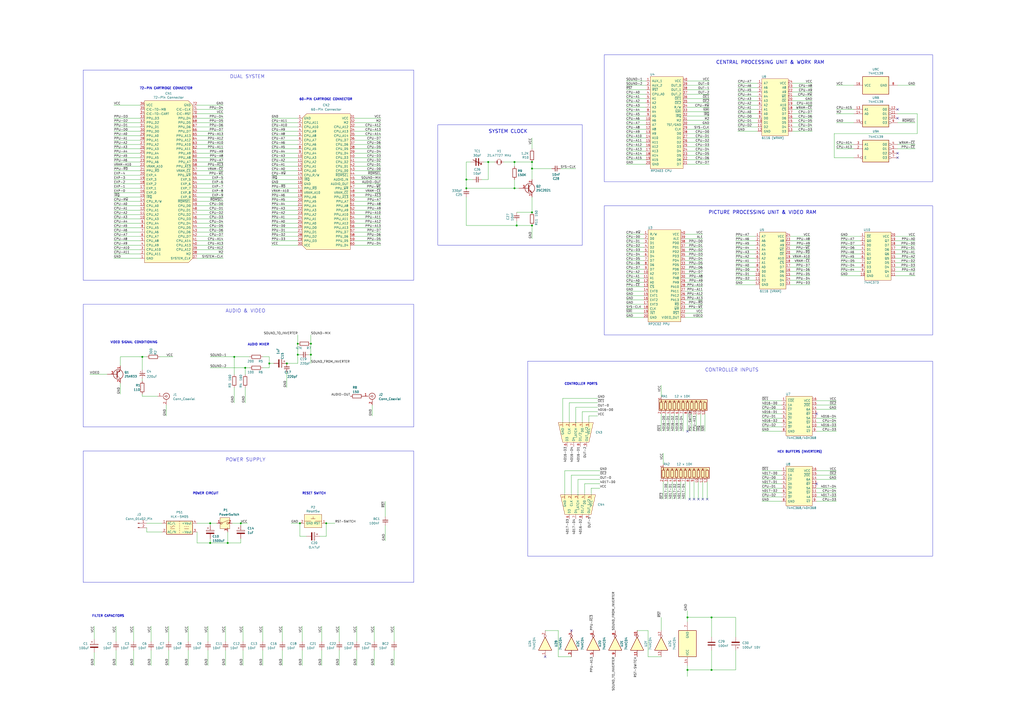
<source format=kicad_sch>
(kicad_sch (version 20230121) (generator eeschema)
  (paper "A2")
  (title_block (title "VG-9000 (T)") (date "2024-01-22") (company "CCE") (comment 1 "Top Game / Turbo Game CCE") (comment 2 "Brazilian Famiclone") (comment 3 "Adapted from OpenTendo") (comment 4 "Adaptation by gustavoGX"))
  (junction (at 270.51 104.14))
  (junction (at 298.45 109.22))
  (junction (at 308.61 97.79))
  (junction (at 412.75 358.14))
  (junction (at 283.21 93.98))
  (junction (at 270.51 109.22))
  (junction (at 398.78 358.14))
  (junction (at 173.99 303.53))
  (junction (at 398.78 388.62))
  (junction (at 82.55 207.01))
  (junction (at 299.72 130.81))
  (junction (at 308.61 123.19))
  (junction (at 121.92 303.53))
  (junction (at 142.24 213.36))
  (junction (at 135.89 207.01))
  (junction (at 172.72 199.39))
  (junction (at 156.21 210.82))
  (junction (at 180.34 199.39))
  (junction (at 412.75 388.62))
  (junction (at 172.72 205.74))
  (junction (at 139.7 303.53))
  (junction (at 132.08 314.96))
  (junction (at 298.45 93.98))
  (junction (at 189.23 303.53))
  (junction (at 180.34 205.74))
  (junction (at 166.37 210.82))
  (junction (at 308.61 130.81))
  (junction (at 121.92 314.96))
  (junction (at 308.61 93.98))
  (no_connect (at 520.7 63.5))
  (no_connect (at 520.7 88.9))
  (no_connect (at 400.05 289.56))
  (no_connect (at 410.21 289.56))
  (no_connect (at 398.78 250.19))
  (no_connect (at 407.67 289.56))
  (no_connect (at 473.71 240.03))
  (no_connect (at 520.7 91.44))
  (no_connect (at 316.23 381))
  (no_connect (at 402.59 289.56))
  (no_connect (at 473.71 280.67))
  (no_connect (at 520.7 68.58))
  (no_connect (at 331.47 365.76))
  (no_connect (at 405.13 289.56))
  (wire (pts (xy 327.66 273.05) (xy 347.98 273.05)))
  (wire (pts (xy 270.51 114.3) (xy 270.51 130.81)))
  (wire (pts (xy 427.99 68.58) (xy 439.42 68.58)))
  (wire (pts (xy 485.14 66.04) (xy 495.3 66.04)))
  (wire (pts (xy 308.61 123.19) (xy 299.72 123.19)))
  (wire (pts (xy 299.72 130.81) (xy 299.72 128.27)))
  (wire (pts (xy 471.17 48.26) (xy 459.74 48.26)))
  (wire (pts (xy 427.99 48.26) (xy 439.42 48.26)))
  (wire (pts (xy 363.22 153.67) (xy 373.38 153.67)))
  (wire (pts (xy 308.61 130.81) (xy 299.72 130.81)))
  (wire (pts (xy 427.99 50.8) (xy 439.42 50.8)))
  (wire (pts (xy 391.16 250.19) (xy 391.16 240.03)))
  (wire (pts (xy 172.72 134.62) (xy 157.48 134.62)))
  (wire (pts (xy 411.48 85.09) (xy 398.78 85.09)))
  (wire (pts (xy 114.3 83.82) (xy 129.54 83.82)))
  (wire (pts (xy 140.97 377.19) (xy 140.97 386.08)))
  (wire (pts (xy 81.28 114.3) (xy 66.04 114.3)))
  (wire (pts (xy 341.63 241.3) (xy 346.71 241.3)))
  (wire (pts (xy 485.14 237.49) (xy 473.71 237.49)))
  (wire (pts (xy 363.22 156.21) (xy 373.38 156.21)))
  (wire (pts (xy 109.22 377.19) (xy 109.22 386.08)))
  (wire (pts (xy 397.51 158.75) (xy 407.67 158.75)))
  (wire (pts (xy 363.22 163.83) (xy 373.38 163.83)))
  (wire (pts (xy 441.96 280.67) (xy 453.39 280.67)))
  (wire (pts (xy 411.48 82.55) (xy 398.78 82.55)))
  (wire (pts (xy 120.65 363.22) (xy 120.65 372.11)))
  (wire (pts (xy 114.3 99.06) (xy 129.54 99.06)))
  (wire (pts (xy 308.61 138.43) (xy 308.61 130.81)))
  (wire (pts (xy 426.72 358.14) (xy 426.72 369.57)))
  (wire (pts (xy 458.47 165.1) (xy 469.9 165.1)))
  (wire (pts (xy 363.22 148.59) (xy 373.38 148.59)))
  (wire (pts (xy 363.22 176.53) (xy 373.38 176.53)))
  (wire (pts (xy 530.86 71.12) (xy 520.7 71.12)))
  (wire (pts (xy 172.72 76.2) (xy 157.48 76.2)))
  (wire (pts (xy 341.63 245.11) (xy 341.63 241.3)))
  (wire (pts (xy 485.14 283.21) (xy 473.71 283.21)))
  (wire (pts (xy 270.51 104.14) (xy 270.51 109.22)))
  (wire (pts (xy 412.75 358.14) (xy 426.72 358.14)))
  (wire (pts (xy 487.68 149.86) (xy 499.11 149.86)))
  (wire (pts (xy 114.3 134.62) (xy 129.54 134.62)))
  (wire (pts (xy 172.72 139.7) (xy 157.48 139.7)))
  (wire (pts (xy 485.14 288.29) (xy 473.71 288.29)))
  (wire (pts (xy 205.74 129.54) (xy 220.98 129.54)))
  (wire (pts (xy 66.04 76.2) (xy 81.28 76.2)))
  (wire (pts (xy 383.54 223.52) (xy 383.54 229.87)))
  (wire (pts (xy 152.4 363.22) (xy 152.4 372.11)))
  (wire (pts (xy 441.96 234.95) (xy 453.39 234.95)))
  (wire (pts (xy 326.39 231.14) (xy 346.71 231.14)))
  (wire (pts (xy 335.28 278.13) (xy 347.98 278.13)))
  (wire (pts (xy 426.72 149.86) (xy 438.15 149.86)))
  (wire (pts (xy 97.79 377.19) (xy 97.79 386.08)))
  (wire (pts (xy 397.51 184.15) (xy 407.67 184.15)))
  (wire (pts (xy 166.37 215.9) (xy 166.37 224.79)))
  (wire (pts (xy 81.28 147.32) (xy 66.04 147.32)))
  (wire (pts (xy 81.28 99.06) (xy 66.04 99.06)))
  (wire (pts (xy 327.66 287.02) (xy 327.66 273.05)))
  (wire (pts (xy 398.78 64.77) (xy 411.48 64.77)))
  (wire (pts (xy 374.65 59.69) (xy 363.22 59.69)))
  (wire (pts (xy 473.71 285.75) (xy 485.14 285.75)))
  (wire (pts (xy 287.02 93.98) (xy 283.21 93.98)))
  (wire (pts (xy 397.51 176.53) (xy 407.67 176.53)))
  (wire (pts (xy 406.4 240.03) (xy 406.4 250.19)))
  (wire (pts (xy 97.79 363.22) (xy 97.79 372.11)))
  (wire (pts (xy 363.22 54.61) (xy 374.65 54.61)))
  (wire (pts (xy 331.47 287.02) (xy 331.47 275.59)))
  (wire (pts (xy 383.54 240.03) (xy 383.54 250.19)))
  (wire (pts (xy 81.28 137.16) (xy 66.04 137.16)))
  (wire (pts (xy 205.74 139.7) (xy 220.98 139.7)))
  (wire (pts (xy 441.96 275.59) (xy 453.39 275.59)))
  (wire (pts (xy 471.17 66.04) (xy 459.74 66.04)))
  (wire (pts (xy 66.04 106.68) (xy 81.28 106.68)))
  (wire (pts (xy 383.54 358.14) (xy 383.54 365.76)))
  (wire (pts (xy 330.2 233.68) (xy 346.71 233.68)))
  (wire (pts (xy 130.81 363.22) (xy 130.81 372.11)))
  (wire (pts (xy 172.72 199.39) (xy 172.72 205.74)))
  (wire (pts (xy 519.43 144.78) (xy 530.86 144.78)))
  (wire (pts (xy 398.78 354.33) (xy 398.78 358.14)))
  (wire (pts (xy 69.85 207.01) (xy 82.55 207.01)))
  (wire (pts (xy 426.72 377.19) (xy 426.72 388.62)))
  (wire (pts (xy 396.24 240.03) (xy 396.24 250.19)))
  (wire (pts (xy 487.68 142.24) (xy 499.11 142.24)))
  (wire (pts (xy 66.04 119.38) (xy 81.28 119.38)))
  (wire (pts (xy 205.74 99.06) (xy 220.98 99.06)))
  (wire (pts (xy 483.87 91.44) (xy 483.87 77.47)))
  (wire (pts (xy 67.31 363.22) (xy 67.31 372.11)))
  (wire (pts (xy 530.86 83.82) (xy 520.7 83.82)))
  (wire (pts (xy 205.74 114.3) (xy 220.98 114.3)))
  (wire (pts (xy 337.82 238.76) (xy 346.71 238.76)))
  (wire (pts (xy 397.51 181.61) (xy 407.67 181.61)))
  (wire (pts (xy 66.04 124.46) (xy 81.28 124.46)))
  (wire (pts (xy 427.99 73.66) (xy 439.42 73.66)))
  (wire (pts (xy 81.28 68.58) (xy 66.04 68.58)))
  (wire (pts (xy 398.78 57.15) (xy 411.48 57.15)))
  (wire (pts (xy 114.3 73.66) (xy 129.54 73.66)))
  (wire (pts (xy 82.55 207.01) (xy 85.09 207.01)))
  (wire (pts (xy 132.08 308.61) (xy 132.08 314.96)))
  (wire (pts (xy 172.72 114.3) (xy 157.48 114.3)))
  (wire (pts (xy 205.74 116.84) (xy 220.98 116.84)))
  (wire (pts (xy 52.07 217.17) (xy 62.23 217.17)))
  (wire (pts (xy 397.51 179.07) (xy 407.67 179.07)))
  (wire (pts (xy 205.74 111.76) (xy 220.98 111.76)))
  (wire (pts (xy 405.13 279.4) (xy 405.13 289.56)))
  (wire (pts (xy 453.39 247.65) (xy 441.96 247.65)))
  (wire (pts (xy 375.92 381) (xy 375.92 365.76)))
  (wire (pts (xy 397.51 171.45) (xy 407.67 171.45)))
  (wire (pts (xy 121.92 207.01) (xy 135.89 207.01)))
  (wire (pts (xy 520.7 49.53) (xy 530.86 49.53)))
  (wire (pts (xy 363.22 179.07) (xy 373.38 179.07)))
  (wire (pts (xy 532.13 66.04) (xy 520.7 66.04)))
  (wire (pts (xy 82.55 229.87) (xy 91.44 229.87)))
  (wire (pts (xy 485.14 86.36) (xy 495.3 86.36)))
  (wire (pts (xy 426.72 162.56) (xy 438.15 162.56)))
  (wire (pts (xy 473.71 250.19) (xy 485.14 250.19)))
  (wire (pts (xy 54.61 378.46) (xy 54.61 386.08)))
  (wire (pts (xy 81.28 116.84) (xy 66.04 116.84)))
  (wire (pts (xy 519.43 152.4) (xy 530.86 152.4)))
  (wire (pts (xy 196.85 377.19) (xy 196.85 386.08)))
  (wire (pts (xy 471.17 53.34) (xy 459.74 53.34)))
  (wire (pts (xy 363.22 92.71) (xy 374.65 92.71)))
  (wire (pts (xy 158.75 210.82) (xy 156.21 210.82)))
  (wire (pts (xy 411.48 49.53) (xy 398.78 49.53)))
  (wire (pts (xy 81.28 73.66) (xy 66.04 73.66)))
  (wire (pts (xy 81.28 88.9) (xy 66.04 88.9)))
  (wire (pts (xy 139.7 312.42) (xy 139.7 314.96)))
  (wire (pts (xy 387.35 289.56) (xy 387.35 279.4)))
  (wire (pts (xy 427.99 76.2) (xy 439.42 76.2)))
  (wire (pts (xy 66.04 134.62) (xy 81.28 134.62)))
  (wire (pts (xy 298.45 96.52) (xy 298.45 93.98)))
  (wire (pts (xy 205.74 71.12) (xy 220.98 71.12)))
  (wire (pts (xy 411.48 90.17) (xy 398.78 90.17)))
  (wire (pts (xy 273.05 93.98) (xy 270.51 93.98)))
  (wire (pts (xy 185.42 311.15) (xy 189.23 311.15)))
  (wire (pts (xy 172.72 121.92) (xy 157.48 121.92)))
  (wire (pts (xy 130.81 377.19) (xy 130.81 386.08)))
  (wire (pts (xy 339.09 287.02) (xy 339.09 280.67)))
  (wire (pts (xy 66.04 91.44) (xy 81.28 91.44)))
  (wire (pts (xy 228.6 363.22) (xy 228.6 372.11)))
  (wire (pts (xy 152.4 377.19) (xy 152.4 386.08)))
  (wire (pts (xy 205.74 132.08) (xy 220.98 132.08)))
  (wire (pts (xy 471.17 60.96) (xy 459.74 60.96)))
  (wire (pts (xy 485.14 83.82) (xy 495.3 83.82)))
  (wire (pts (xy 205.74 76.2) (xy 220.98 76.2)))
  (wire (pts (xy 205.74 68.58) (xy 220.98 68.58)))
  (wire (pts (xy 426.72 152.4) (xy 438.15 152.4)))
  (wire (pts (xy 473.71 290.83) (xy 485.14 290.83)))
  (wire (pts (xy 363.22 184.15) (xy 373.38 184.15)))
  (wire (pts (xy 519.43 142.24) (xy 530.86 142.24)))
  (wire (pts (xy 172.72 124.46) (xy 157.48 124.46)))
  (wire (pts (xy 114.3 127) (xy 129.54 127)))
  (wire (pts (xy 172.72 73.66) (xy 157.48 73.66)))
  (wire (pts (xy 172.72 106.68) (xy 157.48 106.68)))
  (wire (pts (xy 363.22 140.97) (xy 373.38 140.97)))
  (wire (pts (xy 207.01 377.19) (xy 207.01 386.08)))
  (wire (pts (xy 485.14 273.05) (xy 473.71 273.05)))
  (wire (pts (xy 172.72 68.58) (xy 157.48 68.58)))
  (wire (pts (xy 412.75 369.57) (xy 412.75 358.14)))
  (wire (pts (xy 82.55 207.01) (xy 82.55 214.63)))
  (wire (pts (xy 458.47 137.16) (xy 469.9 137.16)))
  (wire (pts (xy 374.65 95.25) (xy 363.22 95.25)))
  (wire (pts (xy 427.99 63.5) (xy 439.42 63.5)))
  (wire (pts (xy 471.17 71.12) (xy 459.74 71.12)))
  (wire (pts (xy 121.92 314.96) (xy 114.3 314.96)))
  (wire (pts (xy 410.21 279.4) (xy 410.21 289.56)))
  (wire (pts (xy 205.74 88.9) (xy 220.98 88.9)))
  (wire (pts (xy 471.17 55.88) (xy 459.74 55.88)))
  (wire (pts (xy 172.72 109.22) (xy 157.48 109.22)))
  (wire (pts (xy 114.3 129.54) (xy 129.54 129.54)))
  (wire (pts (xy 129.54 91.44) (xy 114.3 91.44)))
  (wire (pts (xy 398.78 358.14) (xy 398.78 360.68)))
  (wire (pts (xy 458.47 149.86) (xy 469.9 149.86)))
  (wire (pts (xy 66.04 139.7) (xy 81.28 139.7)))
  (wire (pts (xy 114.3 76.2) (xy 129.54 76.2)))
  (wire (pts (xy 114.3 104.14) (xy 129.54 104.14)))
  (wire (pts (xy 205.74 101.6) (xy 220.98 101.6)))
  (wire (pts (xy 180.34 194.31) (xy 180.34 199.39)))
  (wire (pts (xy 485.14 232.41) (xy 473.71 232.41)))
  (wire (pts (xy 530.86 86.36) (xy 520.7 86.36)))
  (wire (pts (xy 323.85 381) (xy 331.47 381)))
  (wire (pts (xy 298.45 104.14) (xy 298.45 109.22)))
  (wire (pts (xy 132.08 314.96) (xy 139.7 314.96)))
  (wire (pts (xy 532.13 77.47) (xy 532.13 66.04)))
  (wire (pts (xy 87.63 363.22) (xy 87.63 372.11)))
  (wire (pts (xy 471.17 76.2) (xy 459.74 76.2)))
  (wire (pts (xy 363.22 143.51) (xy 373.38 143.51)))
  (wire (pts (xy 270.51 104.14) (xy 274.32 104.14)))
  (wire (pts (xy 205.74 86.36) (xy 220.98 86.36)))
  (wire (pts (xy 114.3 144.78) (xy 129.54 144.78)))
  (wire (pts (xy 223.52 290.83) (xy 223.52 299.72)))
  (wire (pts (xy 205.74 106.68) (xy 220.98 106.68)))
  (wire (pts (xy 473.71 275.59) (xy 485.14 275.59)))
  (wire (pts (xy 172.72 83.82) (xy 157.48 83.82)))
  (wire (pts (xy 339.09 280.67) (xy 347.98 280.67)))
  (wire (pts (xy 384.81 262.89) (xy 384.81 269.24)))
  (wire (pts (xy 81.28 109.22) (xy 66.04 109.22)))
  (wire (pts (xy 331.47 275.59) (xy 347.98 275.59)))
  (wire (pts (xy 471.17 73.66) (xy 459.74 73.66)))
  (wire (pts (xy 519.43 149.86) (xy 530.86 149.86)))
  (wire (pts (xy 363.22 151.13) (xy 373.38 151.13)))
  (wire (pts (xy 363.22 46.99) (xy 374.65 46.99)))
  (wire (pts (xy 77.47 363.22) (xy 77.47 372.11)))
  (wire (pts (xy 81.28 83.82) (xy 66.04 83.82)))
  (wire (pts (xy 411.48 95.25) (xy 398.78 95.25)))
  (wire (pts (xy 487.68 154.94) (xy 499.11 154.94)))
  (wire (pts (xy 205.74 137.16) (xy 220.98 137.16)))
  (wire (pts (xy 114.3 139.7) (xy 129.54 139.7)))
  (wire (pts (xy 384.81 279.4) (xy 384.81 289.56)))
  (wire (pts (xy 458.47 152.4) (xy 469.9 152.4)))
  (wire (pts (xy 87.63 377.19) (xy 87.63 386.08)))
  (wire (pts (xy 205.74 78.74) (xy 220.98 78.74)))
  (wire (pts (xy 487.68 139.7) (xy 499.11 139.7)))
  (wire (pts (xy 485.14 49.53) (xy 495.3 49.53)))
  (wire (pts (xy 156.21 207.01) (xy 156.21 210.82)))
  (wire (pts (xy 308.61 97.79) (xy 308.61 104.14)))
  (wire (pts (xy 363.22 77.47) (xy 374.65 77.47)))
  (wire (pts (xy 172.72 142.24) (xy 157.48 142.24)))
  (wire (pts (xy 519.43 160.02) (xy 530.86 160.02)))
  (wire (pts (xy 279.4 104.14) (xy 283.21 104.14)))
  (wire (pts (xy 441.96 250.19) (xy 453.39 250.19)))
  (wire (pts (xy 363.22 158.75) (xy 373.38 158.75)))
  (wire (pts (xy 374.65 90.17) (xy 363.22 90.17)))
  (wire (pts (xy 172.72 111.76) (xy 157.48 111.76)))
  (wire (pts (xy 196.85 363.22) (xy 196.85 372.11)))
  (wire (pts (xy 363.22 135.89) (xy 373.38 135.89)))
  (wire (pts (xy 172.72 91.44) (xy 157.48 91.44)))
  (wire (pts (xy 403.86 240.03) (xy 403.86 250.19)))
  (wire (pts (xy 402.59 279.4) (xy 402.59 289.56)))
  (wire (pts (xy 427.99 53.34) (xy 439.42 53.34)))
  (wire (pts (xy 398.78 386.08) (xy 398.78 388.62)))
  (wire (pts (xy 81.28 127) (xy 66.04 127)))
  (wire (pts (xy 471.17 58.42) (xy 459.74 58.42)))
  (wire (pts (xy 427.99 71.12) (xy 439.42 71.12)))
  (wire (pts (xy 426.72 165.1) (xy 438.15 165.1)))
  (wire (pts (xy 397.51 138.43) (xy 407.67 138.43)))
  (wire (pts (xy 180.34 210.82) (xy 180.34 205.74)))
  (wire (pts (xy 519.43 157.48) (xy 530.86 157.48)))
  (wire (pts (xy 453.39 283.21) (xy 441.96 283.21)))
  (wire (pts (xy 530.86 137.16) (xy 519.43 137.16)))
  (wire (pts (xy 519.43 139.7) (xy 530.86 139.7)))
  (wire (pts (xy 85.09 306.07) (xy 85.09 308.61)))
  (wire (pts (xy 139.7 303.53) (xy 139.7 304.8)))
  (wire (pts (xy 205.74 109.22) (xy 220.98 109.22)))
  (wire (pts (xy 342.9 283.21) (xy 347.98 283.21)))
  (wire (pts (xy 363.22 57.15) (xy 374.65 57.15)))
  (wire (pts (xy 485.14 63.5) (xy 495.3 63.5)))
  (wire (pts (xy 453.39 288.29) (xy 441.96 288.29)))
  (wire (pts (xy 172.72 119.38) (xy 157.48 119.38)))
  (wire (pts (xy 342.9 287.02) (xy 342.9 283.21)))
  (wire (pts (xy 114.3 149.86) (xy 129.54 149.86)))
  (wire (pts (xy 388.62 240.03) (xy 388.62 250.19)))
  (wire (pts (xy 77.47 377.19) (xy 77.47 386.08)))
  (wire (pts (xy 458.47 160.02) (xy 469.9 160.02)))
  (wire (pts (xy 152.4 207.01) (xy 156.21 207.01)))
  (wire (pts (xy 411.48 80.01) (xy 398.78 80.01)))
  (wire (pts (xy 427.99 60.96) (xy 439.42 60.96)))
  (wire (pts (xy 114.3 114.3) (xy 129.54 114.3)))
  (wire (pts (xy 458.47 154.94) (xy 469.9 154.94)))
  (wire (pts (xy 173.99 311.15) (xy 177.8 311.15)))
  (wire (pts (xy 398.78 52.07) (xy 411.48 52.07)))
  (wire (pts (xy 205.74 104.14) (xy 220.98 104.14)))
  (wire (pts (xy 129.54 78.74) (xy 114.3 78.74)))
  (wire (pts (xy 129.54 81.28) (xy 114.3 81.28)))
  (wire (pts (xy 217.17 377.19) (xy 217.17 386.08)))
  (wire (pts (xy 129.54 137.16) (xy 114.3 137.16)))
  (wire (pts (xy 66.04 60.96) (xy 81.28 60.96)))
  (wire (pts (xy 66.04 129.54) (xy 81.28 129.54)))
  (wire (pts (xy 411.48 54.61) (xy 398.78 54.61)))
  (wire (pts (xy 66.04 71.12) (xy 81.28 71.12)))
  (wire (pts (xy 426.72 147.32) (xy 438.15 147.32)))
  (wire (pts (xy 363.22 52.07) (xy 374.65 52.07)))
  (wire (pts (xy 471.17 68.58) (xy 459.74 68.58)))
  (wire (pts (xy 205.74 83.82) (xy 220.98 83.82)))
  (wire (pts (xy 172.72 137.16) (xy 157.48 137.16)))
  (wire (pts (xy 172.72 205.74) (xy 172.72 210.82)))
  (wire (pts (xy 397.51 148.59) (xy 407.67 148.59)))
  (wire (pts (xy 363.22 67.31) (xy 374.65 67.31)))
  (wire (pts (xy 363.22 171.45) (xy 373.38 171.45)))
  (wire (pts (xy 397.51 135.89) (xy 407.67 135.89)))
  (wire (pts (xy 485.14 247.65) (xy 473.71 247.65)))
  (wire (pts (xy 411.48 46.99) (xy 398.78 46.99)))
  (wire (pts (xy 179.07 205.74) (xy 180.34 205.74)))
  (wire (pts (xy 411.48 87.63) (xy 398.78 87.63)))
  (wire (pts (xy 453.39 242.57) (xy 441.96 242.57)))
  (wire (pts (xy 69.85 212.09) (xy 69.85 207.01)))
  (wire (pts (xy 426.72 154.94) (xy 438.15 154.94)))
  (wire (pts (xy 114.3 93.98) (xy 129.54 93.98)))
  (wire (pts (xy 426.72 139.7) (xy 438.15 139.7)))
  (wire (pts (xy 205.74 73.66) (xy 220.98 73.66)))
  (wire (pts (xy 96.52 234.95) (xy 96.52 241.3)))
  (wire (pts (xy 172.72 194.31) (xy 172.72 199.39)))
  (wire (pts (xy 173.99 303.53) (xy 173.99 311.15)))
  (wire (pts (xy 326.39 245.11) (xy 326.39 231.14)))
  (wire (pts (xy 172.72 99.06) (xy 157.48 99.06)))
  (wire (pts (xy 114.3 109.22) (xy 129.54 109.22)))
  (wire (pts (xy 81.28 132.08) (xy 66.04 132.08)))
  (wire (pts (xy 458.47 144.78) (xy 469.9 144.78)))
  (wire (pts (xy 163.83 363.22) (xy 163.83 372.11)))
  (wire (pts (xy 54.61 363.22) (xy 54.61 370.84)))
  (wire (pts (xy 180.34 205.74) (xy 180.34 199.39)))
  (wire (pts (xy 114.3 66.04) (xy 129.54 66.04)))
  (wire (pts (xy 426.72 137.16) (xy 438.15 137.16)))
  (wire (pts (xy 398.78 77.47) (xy 411.48 77.47)))
  (wire (pts (xy 487.68 157.48) (xy 499.11 157.48)))
  (wire (pts (xy 66.04 81.28) (xy 81.28 81.28)))
  (wire (pts (xy 66.04 96.52) (xy 81.28 96.52)))
  (wire (pts (xy 397.51 166.37) (xy 407.67 166.37)))
  (wire (pts (xy 152.4 213.36) (xy 156.21 213.36)))
  (wire (pts (xy 485.14 71.12) (xy 495.3 71.12)))
  (wire (pts (xy 427.99 55.88) (xy 439.42 55.88)))
  (wire (pts (xy 121.92 314.96) (xy 132.08 314.96)))
  (wire (pts (xy 120.65 377.19) (xy 120.65 386.08)))
  (wire (pts (xy 398.78 388.62) (xy 412.75 388.62)))
  (wire (pts (xy 135.89 224.79) (xy 135.89 233.68)))
  (wire (pts (xy 172.72 86.36) (xy 157.48 86.36)))
  (wire (pts (xy 411.48 69.85) (xy 398.78 69.85)))
  (wire (pts (xy 519.43 154.94) (xy 530.86 154.94)))
  (wire (pts (xy 458.47 142.24) (xy 469.9 142.24)))
  (wire (pts (xy 471.17 50.8) (xy 459.74 50.8)))
  (wire (pts (xy 205.74 93.98) (xy 220.98 93.98)))
  (wire (pts (xy 441.96 240.03) (xy 453.39 240.03)))
  (wire (pts (xy 283.21 93.98) (xy 280.67 93.98)))
  (wire (pts (xy 363.22 161.29) (xy 373.38 161.29)))
  (wire (pts (xy 398.78 240.03) (xy 398.78 250.19)))
  (wire (pts (xy 66.04 144.78) (xy 81.28 144.78)))
  (wire (pts (xy 363.22 49.53) (xy 374.65 49.53)))
  (wire (pts (xy 129.54 71.12) (xy 114.3 71.12)))
  (wire (pts (xy 186.69 363.22) (xy 186.69 372.11)))
  (wire (pts (xy 140.97 363.22) (xy 140.97 372.11)))
  (wire (pts (xy 383.54 381) (xy 375.92 381)))
  (wire (pts (xy 397.51 153.67) (xy 407.67 153.67)))
  (wire (pts (xy 223.52 304.8) (xy 223.52 313.69)))
  (wire (pts (xy 228.6 377.19) (xy 228.6 386.08)))
  (wire (pts (xy 394.97 279.4) (xy 394.97 289.56)))
  (wire (pts (xy 66.04 111.76) (xy 81.28 111.76)))
  (wire (pts (xy 363.22 62.23) (xy 374.65 62.23)))
  (wire (pts (xy 92.71 207.01) (xy 100.33 207.01)))
  (wire (pts (xy 386.08 250.19) (xy 386.08 240.03)))
  (wire (pts (xy 363.22 168.91) (xy 373.38 168.91)))
  (wire (pts (xy 473.71 245.11) (xy 485.14 245.11)))
  (wire (pts (xy 412.75 388.62) (xy 412.75 377.19)))
  (wire (pts (xy 441.96 245.11) (xy 453.39 245.11)))
  (wire (pts (xy 172.72 104.14) (xy 157.48 104.14)))
  (wire (pts (xy 205.74 119.38) (xy 220.98 119.38)))
  (wire (pts (xy 427.99 66.04) (xy 439.42 66.04)))
  (wire (pts (xy 205.74 91.44) (xy 220.98 91.44)))
  (wire (pts (xy 114.3 88.9) (xy 129.54 88.9)))
  (wire (pts (xy 308.61 114.3) (xy 308.61 123.19)))
  (wire (pts (xy 411.48 67.31) (xy 398.78 67.31)))
  (wire (pts (xy 292.1 93.98) (xy 298.45 93.98)))
  (wire (pts (xy 81.28 121.92) (xy 66.04 121.92)))
  (wire (pts (xy 397.51 151.13) (xy 407.67 151.13)))
  (wire (pts (xy 172.72 127) (xy 157.48 127)))
  (wire (pts (xy 175.26 363.22) (xy 175.26 372.11)))
  (wire (pts (xy 411.48 59.69) (xy 398.78 59.69)))
  (wire (pts (xy 407.67 163.83) (xy 397.51 163.83)))
  (wire (pts (xy 121.92 213.36) (xy 142.24 213.36)))
  (wire (pts (xy 308.61 93.98) (xy 308.61 97.79)))
  (wire (pts (xy 408.94 240.03) (xy 408.94 250.19)))
  (wire (pts (xy 453.39 237.49) (xy 441.96 237.49)))
  (wire (pts (xy 407.67 161.29) (xy 397.51 161.29)))
  (wire (pts (xy 172.72 71.12) (xy 157.48 71.12)))
  (wire (pts (xy 121.92 304.8) (xy 121.92 303.53)))
  (wire (pts (xy 392.43 289.56) (xy 392.43 279.4)))
  (wire (pts (xy 374.65 85.09) (xy 363.22 85.09)))
  (wire (pts (xy 397.51 143.51) (xy 407.67 143.51)))
  (wire (pts (xy 375.92 365.76) (xy 369.57 365.76)))
  (wire (pts (xy 129.54 101.6) (xy 114.3 101.6)))
  (wire (pts (xy 81.28 104.14) (xy 66.04 104.14)))
  (wire (pts (xy 397.51 173.99) (xy 407.67 173.99)))
  (wire (pts (xy 308.61 80.01) (xy 308.61 86.36)))
  (wire (pts (xy 426.72 157.48) (xy 438.15 157.48)))
  (wire (pts (xy 135.89 207.01) (xy 144.78 207.01)))
  (wire (pts (xy 114.3 308.61) (xy 114.3 314.96)))
  (wire (pts (xy 114.3 63.5) (xy 129.54 63.5)))
  (wire (pts (xy 205.74 124.46) (xy 220.98 124.46)))
  (wire (pts (xy 363.22 173.99) (xy 373.38 173.99)))
  (wire (pts (xy 363.22 82.55) (xy 374.65 82.55)))
  (wire (pts (xy 129.54 147.32) (xy 114.3 147.32)))
  (wire (pts (xy 121.92 312.42) (xy 121.92 314.96)))
  (wire (pts (xy 453.39 273.05) (xy 441.96 273.05)))
  (wire (pts (xy 139.7 303.53) (xy 143.51 303.53)))
  (wire (pts (xy 134.62 303.53) (xy 139.7 303.53)))
  (wire (pts (xy 129.54 106.68) (xy 114.3 106.68)))
  (wire (pts (xy 189.23 303.53) (xy 194.31 303.53)))
  (wire (pts (xy 81.28 93.98) (xy 66.04 93.98)))
  (wire (pts (xy 270.51 104.14) (xy 270.51 93.98)))
  (wire (pts (xy 487.68 144.78) (xy 499.11 144.78)))
  (wire (pts (xy 458.47 139.7) (xy 469.9 139.7)))
  (wire (pts (xy 129.54 121.92) (xy 114.3 121.92)))
  (wire (pts (xy 407.67 279.4) (xy 407.67 289.56)))
  (wire (pts (xy 389.89 279.4) (xy 389.89 289.56)))
  (wire (pts (xy 337.82 245.11) (xy 337.82 238.76)))
  (wire (pts (xy 172.72 129.54) (xy 157.48 129.54)))
  (wire (pts (xy 412.75 388.62) (xy 426.72 388.62)))
  (wire (pts (xy 487.68 160.02) (xy 499.11 160.02)))
  (wire (pts (xy 82.55 219.71) (xy 82.55 220.98)))
  (wire (pts (xy 129.54 60.96) (xy 114.3 60.96)))
  (wire (pts (xy 172.72 205.74) (xy 173.99 205.74)))
  (wire (pts (xy 363.22 146.05) (xy 373.38 146.05)))
  (wire (pts (xy 483.87 77.47) (xy 532.13 77.47)))
  (wire (pts (xy 205.74 134.62) (xy 220.98 134.62)))
  (wire (pts (xy 186.69 377.19) (xy 186.69 386.08)))
  (wire (pts (xy 142.24 224.79) (xy 142.24 233.68)))
  (wire (pts (xy 426.72 160.02) (xy 438.15 160.02)))
  (wire (pts (xy 215.9 234.95) (xy 215.9 241.3)))
  (wire (pts (xy 205.74 127) (xy 220.98 127)))
  (wire (pts (xy 334.01 236.22) (xy 346.71 236.22)))
  (wire (pts (xy 397.51 156.21) (xy 407.67 156.21)))
  (wire (pts (xy 298.45 109.22) (xy 270.51 109.22)))
  (wire (pts (xy 411.48 92.71) (xy 398.78 92.71)))
  (wire (pts (xy 81.28 142.24) (xy 66.04 142.24)))
  (wire (pts (xy 487.68 137.16) (xy 499.11 137.16)))
  (wire (pts (xy 172.72 81.28) (xy 157.48 81.28)))
  (wire (pts (xy 363.22 69.85) (xy 374.65 69.85)))
  (wire (pts (xy 397.51 279.4) (xy 397.51 289.56)))
  (wire (pts (xy 283.21 104.14) (xy 283.21 93.98)))
  (wire (pts (xy 69.85 222.25) (xy 69.85 228.6)))
  (wire (pts (xy 485.14 242.57) (xy 473.71 242.57)))
  (wire (pts (xy 67.31 377.19) (xy 67.31 386.08)))
  (wire (pts (xy 81.28 78.74) (xy 66.04 78.74)))
  (wire (pts (xy 142.24 213.36) (xy 144.78 213.36)))
  (wire (pts (xy 172.72 96.52) (xy 157.48 96.52)))
  (wire (pts (xy 156.21 210.82) (xy 156.21 213.36)))
  (wire (pts (xy 453.39 232.41) (xy 441.96 232.41)))
  (wire (pts (xy 374.65 80.01) (xy 363.22 80.01)))
  (wire (pts (xy 129.54 142.24) (xy 114.3 142.24)))
  (wire (pts (xy 172.72 101.6) (xy 157.48 101.6)))
  (wire (pts (xy 66.04 86.36) (xy 81.28 86.36)))
  (wire (pts (xy 441.96 290.83) (xy 453.39 290.83)))
  (wire (pts (xy 205.74 121.92) (xy 220.98 121.92)))
  (wire (pts (xy 453.39 278.13) (xy 441.96 278.13)))
  (wire (pts (xy 363.22 138.43) (xy 373.38 138.43)))
  (wire (pts (xy 458.47 157.48) (xy 469.9 157.48)))
  (wire (pts (xy 398.78 388.62) (xy 398.78 392.43)))
  (wire (pts (xy 142.24 217.17) (xy 142.24 213.36)))
  (wire (pts (xy 129.54 116.84) (xy 114.3 116.84)))
  (wire (pts (xy 374.65 72.39) (xy 363.22 72.39)))
  (wire (pts (xy 495.3 91.44) (xy 483.87 91.44)))
  (wire (pts (xy 412.75 358.14) (xy 398.78 358.14)))
  (wire (pts (xy 400.05 279.4) (xy 400.05 289.56)))
  (wire (pts (xy 334.01 245.11) (xy 334.01 236.22)))
  (wire (pts (xy 207.01 363.22) (xy 207.01 372.11)))
  (wire (pts (xy 129.54 96.52) (xy 114.3 96.52)))
  (wire (pts (xy 66.04 149.86) (xy 81.28 149.86)))
  (wire (pts (xy 175.26 377.19) (xy 175.26 386.08)))
  (wire (pts (xy 426.72 144.78) (xy 438.15 144.78)))
  (wire (pts (xy 129.54 132.08) (xy 114.3 132.08)))
  (wire (pts (xy 300.99 109.22) (xy 298.45 109.22)))
  (wire (pts (xy 363.22 74.93) (xy 374.65 74.93)))
  (wire (pts (xy 166.37 210.82) (xy 172.72 210.82)))
  (wire (pts (xy 441.96 285.75) (xy 453.39 285.75)))
  (wire (pts (xy 114.3 124.46) (xy 129.54 124.46)))
  (wire (pts (xy 114.3 119.38) (xy 129.54 119.38)))
  (wire (pts (xy 85.09 308.61) (xy 93.98 308.61)))
  (wire (pts (xy 66.04 101.6) (xy 81.28 101.6)))
  (wire (pts (xy 189.23 311.15) (xy 189.23 303.53)))
  (wire (pts (xy 85.09 303.53) (xy 93.98 303.53)))
  (wire (pts (xy 109.22 363.22) (xy 109.22 372.11)))
  (wire (pts (xy 519.43 147.32) (xy 530.86 147.32)))
  (wire (pts (xy 426.72 142.24) (xy 438.15 142.24)))
  (wire (pts (xy 220.98 142.24) (xy 205.74 142.24)))
  (wire (pts (xy 320.04 97.79) (xy 308.61 97.79)))
  (wire (pts (xy 458.47 162.56) (xy 469.9 162.56)))
  (wire (pts (xy 217.17 363.22) (xy 217.17 372.11)))
  (wire (pts (xy 298.45 93.98) (xy 308.61 93.98)))
  (wire (pts (xy 135.89 217.17) (xy 135.89 207.01)))
  (wire (pts (xy 205.74 81.28) (xy 220.98 81.28)))
  (wire (pts (xy 205.74 96.52) (xy 220.98 96.52)))
  (wire (pts (xy 129.54 111.76) (xy 114.3 111.76)))
  (wire (pts (xy 487.68 152.4) (xy 499.11 152.4)))
  (wire (pts (xy 363.22 181.61) (xy 373.38 181.61)))
  (wire (pts (xy 411.48 72.39) (xy 398.78 72.39)))
  (wire (pts (xy 473.71 234.95) (xy 485.14 234.95)))
  (wire (pts (xy 485.14 278.13) (xy 473.71 278.13)))
  (wire (pts (xy 172.72 116.84) (xy 157.48 116.84)))
  (wire (pts (xy 172.72 88.9) (xy 157.48 88.9)))
  (wire (pts (xy 121.92 303.53) (xy 125.73 303.53)))
  (wire (pts (xy 323.85 365.76) (xy 323.85 381)))
  (wire (pts (xy 173.99 303.53) (xy 168.91 303.53)))
  (wire (pts (xy 397.51 140.97) (xy 407.67 140.97)))
  (wire (pts (xy 401.32 240.03) (xy 401.32 250.19)))
  (wire (pts (xy 471.17 63.5) (xy 459.74 63.5)))
  (wire (pts (xy 82.55 228.6) (xy 82.55 229.87)))
  (wire (pts (xy 334.01 97.79) (xy 325.12 97.79)))
  (wire (pts (xy 172.72 78.74) (xy 157.48 78.74)))
  (wire (pts (xy 299.72 130.81) (xy 270.51 130.81)))
  (wire (pts (xy 397.51 168.91) (xy 407.67 168.91)))
  (wire (pts (xy 163.83 377.19) (xy 163.83 386.08)))
  (wire (pts (xy 330.2 245.11) (xy 330.2 233.68)))
  (wire (pts (xy 172.72 132.08) (xy 157.48 132.08)))
  (wire (pts (xy 487.68 147.32) (xy 499.11 147.32)))
  (wire (pts (xy 335.28 287.02) (xy 335.28 278.13)))
  (wire (pts (xy 397.51 146.05) (xy 407.67 146.05)))
  (wire (pts (xy 374.65 64.77) (xy 363.22 64.77)))
  (wire (pts (xy 363.22 166.37) (xy 373.38 166.37)))
  (wire (pts (xy 458.47 147.32) (xy 469.9 147.32)))
  (wire (pts (xy 316.23 365.76) (xy 323.85 365.76)))
  (wire (pts (xy 393.7 240.03) (xy 393.7 250.19)))
  (wire (pts (xy 114.3 68.58) (xy 129.54 68.58)))
  (wire (pts (xy 114.3 303.53) (xy 121.92 303.53)))
  (wire (pts (xy 363.22 87.63) (xy 374.65 87.63)))
  (wire (pts (xy 411.48 74.93) (xy 398.78 74.93)))
  (wire (pts (xy 427.99 58.42) (xy 439.42 58.42)))
  (wire (pts (xy 129.54 86.36) (xy 114.3 86.36)))
  (wire (pts (xy 172.72 93.98) (xy 157.48 93.98)))
  (wire (pts (xy 411.48 62.23) (xy 398.78 62.23)))
  (rectangle (start 48.26 261.62) (end 240.03 337.82))
  (rectangle (start 306.07 209.55) (end 541.02 322.58))
  (rectangle (start 350.52 31.75) (end 541.02 105.41))
  (rectangle (start 350.52 119.38) (end 541.02 194.31))
  (rectangle (start 48.26 176.53) (end 240.03 247.65))
  (rectangle (start 254 72.39) (end 337.82 142.24))
  (rectangle (start 48.26 40.64) (end 240.03 162.56))
  (text "CENTRAL PROCESSING UNIT & WORK RAM\n\n" (at 415.29 40.64 0) (effects (font (size 2 2) (thickness 0.254) bold) (justify left bottom)))
  (text "AUDIO MIXER" (at 156.21 200.66 0) (effects (font (size 1.27 1.27) (thickness 0.254) bold) (justify right bottom)))
  (text "HEX BUFFERS (INVERTERS)\n" (at 450.85 262.89 0) (effects (font (size 1.27 1.27) (thickness 0.254) bold) (justify left bottom)))
  (text "72-PIN CARTRIDGE CONNECTOR" (at 111.76 52.07 0) (effects (font (size 1.27 1.27) (thickness 0.254) bold) (justify right bottom)))
  (text "PICTURE PROCESSING UNIT & VIDEO RAM" (at 473.71 124.46 0) (effects (font (size 2 2) (thickness 0.254) bold) (justify right bottom)))
  (text "VIDEO SIGNAL CONDITIONING" (at 91.44 199.39 0) (effects (font (size 1.27 1.27) (thickness 0.254) bold) (justify right bottom)))
  (text "AUDIO & VIDEO" (at 130.81 181.61 0) (effects (font (size 2 2)) (justify left bottom)))
  (text "DUAL SYSTEM" (at 133.35 45.72 0) (effects (font (size 2 2)) (justify left bottom)))
  (text "POWER CIRCUIT\n" (at 111.76 287.02 0) (effects (font (size 1.27 1.27) (thickness 0.254) bold) (justify left bottom)))
  (text "SYSTEM CLOCK" (at 306.07 77.47 0) (effects (font (size 2 2) (thickness 0.254) bold) (justify right bottom)))
  (text "FILTER CAPACITORS" (at 53.34 358.14 0) (effects (font (size 1.27 1.27) (thickness 0.254) bold) (justify left bottom)))
  (text "POWER SUPPLY" (at 130.81 267.97 0) (effects (font (size 2 2)) (justify left bottom)))
  (text "60-PIN CARTRIDGE CONNECTOR" (at 204.47 58.42 0) (effects (font (size 1.27 1.27) (thickness 0.254) bold) (justify right bottom)))
  (text "CONTROLLER INPUTS" (at 408.94 215.9 0) (effects (font (size 2 2)) (justify left bottom)))
  (text "CONTROLLER PORTS" (at 346.71 223.52 0) (effects (font (size 1.27 1.27) (thickness 0.254) bold) (justify right bottom)))
  (text "RESET SWITCH\n" (at 175.26 287.02 0) (effects (font (size 1.27 1.27) (thickness 0.254) bold) (justify left bottom)))
  (label "OUT-1" (at 411.48 52.07 180))
  (label "VCC" (at 485.14 232.41 180))
  (label "CPU-A14" (at 363.22 90.17 0))
  (label "VCC" (at 530.86 137.16 180))
  (label "PPU-D2" (at 157.48 137.16 0))
  (label "GND" (at 196.85 386.08 90))
  (label "PPU-D1" (at 66.04 73.66 0))
  (label "PPU-~{A13}" (at 129.54 96.52 180))
  (label "PPU-A7" (at 129.54 93.98 180))
  (label "OUT-1" (at 342.9 299.72 270))
  (label "GND" (at 363.22 173.99 0))
  (label "4017-D0" (at 441.96 275.59 0))
  (label "GND" (at 485.14 237.49 180))
  (label "SYSTEM-CLK" (at 129.54 149.86 180))
  (label "PPU-A3" (at 530.86 157.48 180))
  (label "CPU-D0" (at 441.96 278.13 0))
  (label "VCC" (at 485.14 273.05 180))
  (label "CPU-D4" (at 363.22 148.59 0))
  (label "PPU-D5" (at 407.67 153.67 180))
  (label "CPU-A7" (at 157.48 81.28 0))
  (label "4017-D3" (at 330.2 300.99 270))
  (label "VRAM-~{CE}" (at 129.54 99.06 180))
  (label "GND" (at 135.89 233.68 90))
  (label "PPU-A5" (at 66.04 91.44 0))
  (label "CPU-D4" (at 485.14 245.11 180))
  (label "CPU-A11" (at 363.22 82.55 0))
  (label "CPU-D5" (at 129.54 132.08 180))
  (label "CPU-D0" (at 411.48 77.47 180))
  (label "CPU-A12" (at 220.98 73.66 180))
  (label "CPU-A4" (at 427.99 55.88 0))
  (label "CPU-R~{W}" (at 363.22 135.89 0))
  (label "PPU-A6" (at 487.68 147.32 0))
  (label "PPU-A2" (at 426.72 149.86 0))
  (label "CPU-A8" (at 66.04 139.7 0))
  (label "CPU-D6" (at 220.98 83.82 180))
  (label "CPU-A1" (at 66.04 121.92 0))
  (label "GND" (at 87.63 386.08 90))
  (label "CPU-D1" (at 363.22 140.97 0))
  (label "CPU-A11" (at 157.48 71.12 0))
  (label "~{OE2}" (at 485.14 234.95 180))
  (label "PPU-A6" (at 66.04 93.98 0))
  (label "~{ROMSEL}" (at 530.86 71.12 180))
  (label "SYS-CLK" (at 411.48 74.93 180))
  (label "PPU-A7" (at 426.72 137.16 0))
  (label "PPU-A8" (at 129.54 91.44 180))
  (label "4016-D2" (at 337.82 300.99 270))
  (label "PPU-A0" (at 157.48 129.54 0))
  (label "SOUND-1" (at 363.22 46.99 0))
  (label "GND" (at 530.86 49.53 180))
  (label "VIDEO" (at 407.67 184.15 180))
  (label "GND" (at 109.22 386.08 90))
  (label "CPU-D5" (at 411.48 90.17 180))
  (label "CPU-A1" (at 363.22 161.29 0))
  (label "4016-D4" (at 396.24 250.19 90))
  (label "4017-D0" (at 387.35 289.56 90))
  (label "~{RST}" (at 363.22 52.07 0))
  (label "4017-D4" (at 334.01 300.99 270))
  (label "VCC" (at 143.51 303.53 180))
  (label "VCC" (at 54.61 363.22 270))
  (label "GND" (at 347.98 273.05 0))
  (label "PPU-D6" (at 220.98 137.16 180))
  (label "PPU-D5" (at 487.68 152.4 0))
  (label "CPU-D7" (at 471.17 66.04 180))
  (label "CPU-A13" (at 220.98 76.2 180))
  (label "GND" (at 441.96 250.19 0))
  (label "4016-D1" (at 388.62 250.19 90))
  (label "PPU-D3" (at 469.9 165.1 180))
  (label "4017-D3" (at 394.97 289.56 90))
  (label "PPU-A10" (at 129.54 83.82 180))
  (label "CPU-A12" (at 363.22 85.09 0))
  (label "VCC" (at 66.04 60.96 0))
  (label "PPU-A3" (at 66.04 86.36 0))
  (label "RST-SWITCH" (at 369.57 381 270))
  (label "4016-D3" (at 485.14 247.65 180))
  (label "VCC" (at 407.67 181.61 180))
  (label "EXP-4" (at 66.04 101.6 0))
  (label "PPU-A13" (at 407.67 173.99 180))
  (label "PPU-A11" (at 129.54 86.36 180))
  (label "PPU-A5" (at 157.48 116.84 0))
  (label "CPU-D0" (at 441.96 237.49 0))
  (label "SOUND_TO_INVERTER" (at 172.72 194.31 180))
  (label "CPU-A10" (at 363.22 80.01 0))
  (label "CPU-D3" (at 485.14 290.83 180))
  (label "PPU-A7" (at 487.68 139.7 0))
  (label "GND" (at 441.96 290.83 0))
  (label "PPU-D5" (at 129.54 71.12 180))
  (label "PPU-D0" (at 530.86 142.24 180))
  (label "GND" (at 130.81 386.08 90))
  (label "GND" (at 97.79 386.08 90))
  (label "~{NMI}" (at 363.22 181.61 0))
  (label "PPU-A1" (at 530.86 147.32 180))
  (label "SOUND-MIX" (at 220.98 104.14 180))
  (label "VCC" (at 186.69 363.22 270))
  (label "PPU-D4" (at 220.98 142.24 180))
  (label "~{ROMSEL}" (at 129.54 116.84 180))
  (label "SOUND_FROM_INVERTER" (at 180.34 210.82 0))
  (label "PPU-D3" (at 66.04 68.58 0))
  (label "GND" (at 471.17 58.42 180))
  (label "CPU-A5" (at 66.04 132.08 0))
  (label "4016-D4" (at 332.74 259.08 270))
  (label "GND" (at 363.22 168.91 0))
  (label "PPU-~{WE}" (at 469.9 144.78 180))
  (label "VCC" (at 120.65 363.22 270))
  (label "CPU-A8" (at 157.48 78.74 0))
  (label "4016-D1" (at 441.96 240.03 0))
  (label "CPU-A2" (at 363.22 158.75 0))
  (label "VCC" (at 109.22 363.22 270))
  (label "PPU-A13" (at 344.17 381 270))
  (label "GND" (at 157.48 68.58 0))
  (label "PPU-D4" (at 407.67 151.13 180))
  (label "AUDIO-OUT" (at 203.2 229.87 180))
  (label "CPU-A10" (at 471.17 60.96 180))
  (label "PPU-A4" (at 426.72 144.78 0))
  (label "OUT-0" (at 347.98 278.13 0))
  (label "OUT-2" (at 340.36 259.08 270))
  (label "GND" (at 228.6 386.08 90))
  (label "AUDIO-OUT" (at 220.98 106.68 180))
  (label "4016-D0" (at 441.96 234.95 0))
  (label "CPU-D5" (at 363.22 151.13 0))
  (label "GND" (at 96.52 241.3 90))
  (label "PPU-D6" (at 469.9 157.48 180))
  (label "VCC" (at 140.97 363.22 270))
  (label "PPU-~{A13}" (at 344.17 365.76 90))
  (label "CPU-D2" (at 129.54 124.46 180))
  (label "VCC" (at 411.48 46.99 180))
  (label "CPU-D6" (at 471.17 68.58 180))
  (label "PPU-~{RD}" (at 66.04 99.06 0))
  (label "PPU-D0" (at 407.67 140.97 180))
  (label "4017-D1" (at 441.96 280.67 0))
  (label "PPU-D7" (at 469.9 154.94 180))
  (label "~{OE1}" (at 441.96 232.41 0))
  (label "~{OE1}" (at 411.48 57.15 180))
  (label "CPU-A13" (at 485.14 86.36 0))
  (label "GND" (at 485.14 71.12 0))
  (label "GND" (at 142.24 233.68 90))
  (label "CPU-D4" (at 471.17 73.66 180))
  (label "PPU-D2" (at 66.04 71.12 0))
  (label "~{OE1}" (at 441.96 273.05 0))
  (label "PPU-~{CE}" (at 363.22 166.37 0))
  (label "PPU-D6" (at 129.54 73.66 180))
  (label "CPU-A4" (at 66.04 129.54 0))
  (label "CPU-D4" (at 411.48 87.63 180))
  (label "GND" (at 363.22 171.45 0))
  (label "VCC" (at 196.85 363.22 270))
  (label "PPU-A12" (at 407.67 171.45 180))
  (label "PPU-D2" (at 530.86 152.4 180))
  (label "4016-D2" (at 441.96 245.11 0))
  (label "CPU-A0" (at 363.22 54.61 0))
  (label "CPU-A8" (at 363.22 74.93 0))
  (label "PPU-~{RD}" (at 407.67 176.53 180))
  (label "CPU-D5" (at 220.98 86.36 180))
  (label "SOUND-MIX" (at 180.34 194.31 0))
  (label "CPU-D2" (at 363.22 143.51 0))
  (label "GND" (at 175.26 386.08 90))
  (label "OUT-0" (at 346.71 236.22 0))
  (label "EXP-5" (at 129.54 104.14 180))
  (label "CPU-D1" (at 411.48 80.01 180))
  (label "PPU-A1" (at 66.04 81.28 0))
  (label "PPU-D1" (at 157.48 134.62 0))
  (label "EXP-9" (at 129.54 114.3 180))
  (label "PPU-D3" (at 157.48 139.7 0))
  (label "~{OE2}" (at 485.14 275.59 180))
  (label "CPU-A6" (at 66.04 134.62 0))
  (label "PPU-D0" (at 426.72 157.48 0))
  (label "CPU-A0" (at 427.99 66.04 0))
  (label "CPU-A1" (at 157.48 96.52 0))
  (label "CPU-A13" (at 129.54 142.24 180))
  (label "GND" (at 157.48 106.68 0))
  (label "SOUND-2" (at 363.22 49.53 0))
  (label "4017-D2" (at 392.43 289.56 90))
  (label "M2" (at 485.14 66.04 0))
  (label "PPU-A0" (at 66.04 78.74 0))
  (label "RST-SWITCH" (at 194.31 303.53 0))
  (label "CPU-D0" (at 129.54 119.38 180))
  (label "PPU-D4" (at 469.9 162.56 180))
  (label "VCC" (at 384.81 262.89 270))
  (label "GND" (at 363.22 184.15 0))
  (label "CPU-D0" (at 427.99 68.58 0))
  (label "PPU-~{RD}" (at 469.9 147.32 180))
  (label "CPU-D1" (at 427.99 71.12 0))
  (label "PPU-A2" (at 530.86 149.86 180))
  (label "CPU-A5" (at 363.22 67.31 0))
  (label "CPU-A4" (at 157.48 88.9 0))
  (label "CPU-A0" (at 66.04 119.38 0))
  (label "CPU-A11" (at 66.04 147.32 0))
  (label "CPU-D5" (at 471.17 71.12 180))
  (label "CPU-A2" (at 157.48 93.98 0))
  (label "EXP-2" (at 66.04 106.68 0))
  (label "PPU-D7" (at 220.98 134.62 180))
  (label "CPU-A9" (at 157.48 76.2 0))
  (label "VCC" (at 97.79 363.22 270))
  (label "GND" (at 363.22 176.53 0))
  (label "GND" (at 223.52 313.69 90))
  (label "PPU-D1" (at 407.67 143.51 180))
  (label "VCC" (at 308.61 80.01 270))
  (label "PPU-A2" (at 66.04 83.82 0))
  (label "GND" (at 363.22 95.25 0))
  (label "~{IRQ}" (at 157.48 104.14 0))
  (label "PPU-A8" (at 407.67 161.29 180))
  (label "GND" (at 308.61 138.43 90))
  (label "PPU-A10" (at 407.67 166.37 180))
  (label "VCC" (at 207.01 363.22 270))
  (label "CPU-A6" (at 157.48 83.82 0))
  (label "CPU-A3" (at 363.22 62.23 0))
  (label "PPU-D0" (at 157.48 132.08 0))
  (label "VRAM-~{CE}" (at 220.98 111.76 180))
  (label "4016-D0" (at 386.08 250.19 90))
  (label "CPU-D3" (at 363.22 146.05 0))
  (label "PPU-A6" (at 157.48 114.3 0))
  (label "M2" (at 220.98 71.12 180))
  (label "PPU-A4" (at 487.68 157.48 0))
  (label "4016-D3" (at 328.93 259.08 270))
  (label "PPU-A5" (at 487.68 149.86 0))
  (label "PPU-D0" (at 66.04 76.2 0))
  (label "GND" (at 426.72 165.1 0))
  (label "CPU-A9" (at 471.17 53.34 180))
  (label "CPU-D3" (at 485.14 250.19 180))
  (label "M2" (at 129.54 147.32 180))
  (label "CPU-A3" (at 66.04 127 0))
  (label "CPU-A1" (at 427.99 63.5 0))
  (label "~{OE2}" (at 411.48 59.69 180))
  (label "CPU-D1" (at 129.54 121.92 180))
  (label "4016-D0" (at 346.71 238.76 0))
  (label "SOUND-2" (at 121.92 213.36 0))
  (label "PPU-~{RD}" (at 157.48 109.22 0))
  (label "~{OE2}" (at 384.81 289.56 90))
  (label "CPU-D7" (at 363.22 156.21 0))
  (label "CPU-A5" (at 427.99 53.34 0))
  (label "PPU-A5" (at 426.72 142.24 0))
  (label "CPU-A10" (at 66.04 144.78 0))
  (label "~{IRQ}" (at 406.4 250.19 90))
  (label "PPU-D4" (at 487.68 154.94 0))
  (label "VRAM-A10" (at 66.04 96.52 0))
  (label "VCC" (at 100.33 207.01 180))
  (label "CPU-D2" (at 220.98 93.98 180))
  (label "CPU-D2" (at 411.48 82.55 180))
  (label "CPU-A3" (at 157.48 91.44 0))
  (label "VCC" (at 163.83 363.22 270))
  (label "PPU-D7" (at 407.67 158.75 180))
  (label "4016-D4" (at 485.14 242.57 180))
  (label "EXP-8" (at 129.54 111.76 180))
  (label "CPU-D4" (at 129.54 129.54 180))
  (label "~{OE1}" (at 383.54 250.19 90))
  (label "GND" (at 168.91 303.53 0))
  (label "CPU-D4" (at 220.98 88.9 180))
  (label "PPU-~{WE}" (at 129.54 101.6 180))
  (label "CPU-D7" (at 129.54 137.16 180))
  (label "EXP-1" (at 66.04 109.22 0))
  (label "PPU-A6" (at 426.72 139.7 0))
  (label "PPU-A3" (at 157.48 121.92 0))
  (label "CPU-A14" (at 129.54 139.7 180))
  (label "GND" (at 487.68 160.02 0))
  (label "~{ROMSEL}" (at 220.98 101.6 180))
  (label "GND" (at 217.17 386.08 90))
  (label "CPU-D3" (at 411.48 85.09 180))
  (label "PPU-D4" (at 129.54 68.58 180))
  (label "4017-D4" (at 485.14 283.21 180))
  (label "4016-D1" (at 336.55 259.08 270))
  (label "VCC" (at 469.9 137.16 180))
  (label "PPU-D6" (at 407.67 156.21 180))
  (label "PPU-A4" (at 66.04 88.9 0))
  (label "CPU-D3" (at 471.17 76.2 180))
  (label "GND" (at 66.04 149.86 0))
  (label "M2" (at 411.48 69.85 180))
  (label "PPU-A13" (at 403.86 250.19 90))
  (label "VCC" (at 175.26 363.22 270))
  (label "CPU-D2" (at 441.96 247.65 0))
  (label "4017-D2" (at 441.96 285.75 0))
  (label "CPU-D6" (at 363.22 153.67 0))
  (label "VCC" (at 129.54 66.04 180))
  (label "CPU-D0" (at 363.22 138.43 0))
  (label "CPU-D3" (at 220.98 91.44 180))
  (label "PPU-A13" (at 129.54 78.74 180))
  (label "CPU-R~{W}" (at 411.48 62.23 180))
  (label "CPU-A8" (at 471.17 50.8 180))
  (label "PPU-A13" (at 220.98 132.08 180))
  (label "CPU-A0" (at 363.22 163.83 0))
  (label "GND" (at 485.14 278.13 180))
  (label "GND" (at 140.97 386.08 90))
  (label "VCC" (at 346.71 241.3 0))
  (label "CPU-R~{W}" (at 471.17 55.88 180))
  (label "CPU-D7" (at 220.98 81.28 180))
  (label "PPU-D3" (at 530.86 154.94 180))
  (label "PPU-A0" (at 426.72 154.94 0))
  (label "CPU-D0" (at 220.98 99.06 180))
  (label "PPU-A8" (at 469.9 139.7 180))
  (label "PPU-A1" (at 157.48 127 0))
  (label "CPU-A15" (at 485.14 63.5 0))
  (label "SOUND-1" (at 121.92 207.01 0))
  (label "CPU-A0" (at 157.48 99.06 0))
  (label "EXP-3" (at 66.04 104.14 0))
  (label "VCC" (at 228.6 363.22 270))
  (label "CPU-A6" (at 363.22 69.85 0))
  (label "SYS-CLK" (at 334.01 97.79 180))
  (label "GND" (at 77.47 386.08 90))
  (label "CPU-D1" (at 220.98 96.52 180))
  (label "CPU-D6" (at 129.54 134.62 180))
  (label "~{NMI}" (at 411.48 64.77 180))
  (label "PPU-A12" (at 220.98 129.54 180))
  (label "CPU-D7" (at 411.48 95.25 180))
  (label "4016-D2" (at 391.16 250.19 90))
  (label "~{RST}" (at 223.52 290.83 270))
  (label "GND" (at 398.78 354.33 90))
  (label "CPU-A14" (at 220.98 78.74 180))
  (label "CPU-A7" (at 66.04 137.16 0))
  (label "PPU-D7" (at 487.68 142.24 0))
  (label "PPU-A9" (at 407.67 163.83 180))
  (label "EXP-0" (at 66.04 111.76 0))
  (label "GND" (at 207.01 386.08 90))
  (label "ALE" (at 407.67 138.43 180))
  (label "CPU-A7" (at 363.22 72.39 0))
  (label "CPU-D3" (at 129.54 127 180))
  (label "EXP-7" (at 129.54 109.22 180))
  (label "VCC" (at 407.67 135.89 180))
  (label "CPU-A3" (at 427.99 58.42 0))
  (label "CPU-D2" (at 441.96 288.29 0))
  (label "PPU-A1" (at 426.72 152.4 0))
  (label "VCC" (at 217.17 363.22 270))
  (label "OUT-0" (at 411.48 49.53 180))
  (label "VCC" (at 220.98 68.58 180))
  (label "WRAM-~{CE}" (at 530.86 83.82 180))
  (label "4017-D4" (at 397.51 289.56 90))
  (label "CPU-R~{W}" (at 66.04 116.84 0))
  (label "VCC" (at 67.31 363.22 270))
  (label "CPU-A15" (at 363.22 92.71 0))
  (label "GND" (at 215.9 241.3 90))
  (label "PPU-A9" (at 220.98 121.92 180))
  (label "PPU-A3" (at 426.72 147.32 0))
  (label "PPU-A9" (at 469.9 142.24 180))
  (label "VCC" (at 152.4 363.22 270))
  (label "CPU-A2" (at 363.22 59.69 0))
  (label "CPU-R~{W}" (at 157.48 101.6 0))
  (label "PPU-A10" (at 220.98 124.46 180))
  (label "CPU-D1" (at 441.96 242.57 0))
  (label "PPU-A9" (at 129.54 88.9 180))
  (label "ALE" (at 530.86 160.02 180))
  (label "PPU-A12" (at 129.54 81.28 180))
  (label "CPU-A13" (at 363.22 87.63 0))
  (label "~{RST}" (at 383.54 358.14 90))
  (label "PPU-~{CE}" (at 530.86 86.36 180))
  (label "PPU-A4" (at 157.48 119.38 0))
  (label "CPU-A7" (at 427.99 48.26 0))
  (label "PPU-D4" (at 129.54 63.5 180))
  (label "VRAM-A10" (at 469.9 149.86 180))
  (label "VCC" (at 485.14 49.53 0))
  (label "PPU-~{WE}" (at 407.67 179.07 180))
  (label "CPU-A12" (at 129.54 144.78 180))
  (label "~{IRQ}" (at 411.48 67.31 180))
  (label "PPU-~{WE}" (at 220.98 109.22 180))
  (label "SOUND_FROM_INVERTER" (at 356.87 365.76 90))
  (label "PPU-D2" (at 407.67 146.05 180))
  (label "~{NMI}" (at 408.94 250.19 90))
  (label "CPU-A6" (at 427.99 50.8 0))
  (label "4017-D1" (at 389.89 289.56 90))
  (label "CPU-D6" (at 411.48 92.71 180))
  (label "CPU-A10" (at 157.48 73.66 0))
  (label "VRAM-A10" (at 157.48 111.76 0))
  (label "GND" (at 163.83 386.08 90))
  (label "CPU-A14" (at 485.14 83.82 0))
  (label "VCC" (at 130.81 363.22 270))
  (label "PPU-A8" (at 220.98 119.38 180))
  (label "SOUND_TO_INVERTER" (at 356.87 381 270))
  (label "PPU-D3" (at 407.67 148.59 180))
  (label "PPU-A11" (at 407.67 168.91 180))
  (label "RST-SWITCH" (at 401.32 250.19 90))
  (label "GND" (at 346.71 231.14 0))
  (label "CPU-D4" (at 485.14 285.75 180))
  (label "PPU-D6" (at 487.68 144.78 0))
  (label "SYS-CLK" (at 363.22 179.07 0))
  (label "VCC" (at 347.98 283.21 0))
  (label "PPU-D7" (at 129.54 76.2 180))
  (label "CPU-A1" (at 363.22 57.15 0))
  (label "GND" (at 120.65 386.08 90))
  (label "~{OE1}" (at 346.71 233.68 0))
  (label "EXP-6" (at 129.54 106.68 180))
  (label "GND" (at 186.69 386.08 90))
  (label "CPU-A2" (at 66.04 124.46 0))
  (label "CPU-A9" (at 66.04 142.24 0))
  (label "VIDEO" (at 52.07 217.17 0))
  (label "PPU-D2" (at 426.72 162.56 0))
  (label "GND" (at 427.99 76.2 0))
  (label "GND" (at 69.85 228.6 90))
  (label "4017-D0" (at 347.98 280.67 0))
  (label "PPU-A7" (at 220.98 116.84 180))
  (label "PPU-A2" (at 157.48 124.46 0))
  (label "GND" (at 166.37 224.79 90))
  (label "GND" (at 54.61 386.08 90))
  (label "WRAM-~{CE}" (at 471.17 63.5 180))
  (label "VCC" (at 157.48 142.24 0))
  (label "GND" (at 411.48 72.39 180))
  (label "PPU-D5" (at 220.98 139.7 180))
  (label "VRAM-~{CE}" (at 469.9 152.4 180))
  (label "GND" (at 487.68 137.16 0))
  (label "4016-D3" (at 393.7 250.19 90))
  (label "PPU-D1" (at 426.72 160.02 0))
  (label "OUT-2" (at 411.48 54.61 180))
  (label "~{OE2}" (at 347.98 275.59 0))
  (label "CPU-D2" (at 427.99 73.66 0))
  (label "VCC" (at 77.47 363.22 270))
  (label "PPU-A11" (at 220.98 127 180))
  (label "PPU-D5" (at 469.9 160.02 180))
  (label "CPU-A9" (at 363.22 77.47 0))
  (label "PPU-D1" (at 530.86 144.78 180))
  (label "~{IRQ}" (at 66.04 114.3 0))
  (label "CPU-D1" (at 441.96 283.21 0))
  (label "CPU-A4" (at 363.22 64.77 0))
  (label "GND" (at 67.31 386.08 90))
  (label "VCC" (at 383.54 223.52 270))
  (label "GND" (at 129.54 60.96 180))
  (label "PPU-A0" (at 530.86 139.7 180))
  (label "VCC" (at 471.17 48.26 180))
  (label "GND" (at 152.4 386.08 90))
  (label "4017-D3" (at 485.14 288.29 180))
  (label "PPU-~{A13}" (at 220.98 114.3 180))
  (label "VCC" (at 87.63 363.22 270))
  (label "CPU-A5" (at 157.48 86.36 0))
  (label "CPU-A2" (at 427.99 60.96 0))
  (symbol (lib_id "Device:Q_NPN_ECB") (at 306.07 109.22 0) (unit 1)
    (property "Reference" "Q2" (at 310.9214 108.0516 0) (effects (justify left)))
    (property "Value" "2SC2021" (at 310.9214 110.363 0) (effects (justify left)))
    (property "Footprint" "Package_TO_SOT_THT:TO-126-3_Vertical" (effects hide))
  )
  (symbol (lib_id "74xx:74HC04") (at 383.54 373.38 90) (unit 6)
    (property "Reference" "U2" (at 374.65 373.38 0))
    (property "Value" "74HC04" (at 377.19 373.38 0))
    (property "Footprint" "Package_DIP:DIP-14_W7.62mm_Socket" (effects hide))
    (property "Datasheet" "https://assets.nexperia.com/documents/data-sheet/74HC_HCT04.pdf" (effects hide))
  )
  (symbol (lib_id "Motherboard:PowerSwitch") (at 170.18 298.45 0) (unit 1)
    (property "Reference" "P1" (at 129.54 295.91 0) (effects (justify left)))
    (property "Value" "PowerSwitch" (at 127 298.45 0) (effects (justify left)))
    (property "Footprint" "Connector_JST:JST_VH_B3P-VH-B_1x03_P3.96mm_Vertical" (effects hide))
  )
  (symbol (lib_id "Device:C_Small") (at 196.85 374.65 180) (unit 1)
    (property "Reference" "C22" (at 193.04 373.38 0))
    (property "Value" "10nF" (at 191.77 375.92 0))
    (property "Footprint" "Capacitor_THT:C_Disc_D5.0mm_W2.5mm_P5.00mm" (effects hide))
  )
  (symbol (lib_id "Device:Crystal_Small") (at 289.56 93.98 0) (mirror y) (unit 1)
    (property "Reference" "X1" (at 289.56 87.63 0))
    (property "Value" "21.47727 MHz" (at 289.56 90.17 0))
    (property "Footprint" "Crystal:Crystal_HC49-U_Vertical" (effects hide))
  )
  (symbol (lib_id "Connector:Conn_01x02_Pin") (at 80.01 303.53 0) (unit 1)
    (property "Reference" "J3" (at 80.645 298.45 0))
    (property "Value" "Conn_01x02_Pin" (at 80.645 300.99 0))
    (property "Footprint" "Connector_JST:JST_EH_B2B-EH-A_1x02_P2.50mm_Vertical" (effects hide))
  )
  (symbol (lib_id "Device:C_Small") (at 67.31 374.65 180) (unit 1)
    (property "Reference" "C2" (at 63.5 373.38 0))
    (property "Value" "10nF" (at 62.23 375.92 0))
    (property "Footprint" "Capacitor_THT:C_Disc_D5.0mm_W2.5mm_P5.00mm" (effects hide))
  )
  (symbol (lib_id "74xx:74LS139") (at 508 49.53 90) (unit 3)
    (property "Reference" "U9" (at 508 40.2082 90))
    (property "Value" "74HC139" (at 508 42.5196 90))
    (property "Footprint" "Package_DIP:DIP-16_W7.62mm" (effects hide))
    (property "Datasheet" "http://www.ti.com/lit/ds/symlink/sn74ls139a.pdf" (effects hide))
  )
  (symbol (lib_id "Motherboard:2KB_SRAM") (at 449.58 62.23 0) (unit 1)
    (property "Reference" "U6" (at 443.23 44.45 0))
    (property "Value" "6116 (WRAM)" (at 448.31 80.01 0))
    (property "Footprint" "Package_DIP:DIP-24_W15.24mm" (effects hide))
    (property "Datasheet" "https://www.cl.cam.ac.uk/teaching//2003/Hardware/datasheets/ht6116.pdf" (effects hide))
  )
  (symbol (lib_id "Device:Q_PNP_ECB") (at 67.31 217.17 0) (mirror x) (unit 1)
    (property "Reference" "Q1" (at 72.1614 216.0016 0) (effects (justify left)))
    (property "Value" "2SA933" (at 72.1614 218.313 0) (effects (justify left)))
    (property "Footprint" "Package_TO_SOT_THT:TO-126-3_Vertical" (effects hide))
  )
  (symbol (lib_id "Motherboard:74HC368") (at 463.55 241.3 0) (unit 1)
    (property "Reference" "U7" (at 457.2 228.6 0))
    (property "Value" "74HC368/40H368" (at 464.82 254 0))
    (property "Footprint" "Package_DIP:DIP-16_W7.62mm" (effects hide))
    (property "Datasheet" "https://pdf1.alldatasheet.com/datasheet-pdf/download/15591/PHILIPS/74HC368.html" (effects hide))
  )
  (symbol (lib_id "Device:C_Small") (at 270.51 111.76 0) (mirror x) (unit 1)
    (property "Reference" "C25" (at 268.1732 112.9284 0) (effects (justify right)))
    (property "Value" "330pF" (at 268.1732 110.617 0) (effects (justify right)))
    (property "Footprint" "Capacitor_THT:C_Disc_D3.0mm_W1.6mm_P2.50mm" (effects hide))
  )
  (symbol (lib_id "VG9000:9-Pin_Controller_Connector") (at 336.55 293.37 0) (unit 1)
    (property "Reference" "CN4" (at 346.71 292.735 0) (effects (justify left)))
    (property "Value" "~" (at 335.28 287.02 0))
    (property "Footprint" "Connector_Dsub:DSUB-9_Male_Horizontal_P2.77x2.84mm_EdgePinOffset14.56mm_Housed_MountingHolesOffset8.20mm" (effects hide))
  )
  (symbol (lib_id "Device:C_Small") (at 109.22 374.65 180) (unit 1)
    (property "Reference" "C8" (at 104.14 373.38 0))
    (property "Value" "10nF" (at 102.87 375.92 0))
    (property "Footprint" "Capacitor_THT:C_Disc_D6.0mm_W2.5mm_P5.00mm" (effects hide))
  )
  (symbol (lib_id "Device:R") (at 148.59 207.01 270) (unit 1)
    (property "Reference" "R5" (at 149.86 209.55 90) (effects (justify left)))
    (property "Value" "200" (at 143.51 209.55 90) (effects (justify left)))
    (property "Footprint" "Resistor_THT:R_Axial_DIN0207_L6.3mm_D2.5mm_P10.16mm_Horizontal" (effects hide))
  )
  (symbol (lib_id "Device:C") (at 412.75 373.38 0) (unit 1)
    (property "Reference" "C29" (at 416.56 372.11 0) (effects (justify left)))
    (property "Value" "100nF" (at 416.56 374.65 0) (effects (justify left)))
    (property "Footprint" "Capacitor_THT:C_Disc_D5.0mm_W2.5mm_P5.00mm" (effects hide))
  )
  (symbol (lib_id "Device:C_Small") (at 140.97 374.65 180) (unit 1)
    (property "Reference" "C12" (at 137.16 373.38 0))
    (property "Value" "10nF" (at 135.89 375.92 0))
    (property "Footprint" "Capacitor_THT:C_Disc_D5.0mm_W2.5mm_P5.00mm" (effects hide))
  )
  (symbol (lib_id "Device:C_Polarized") (at 181.61 311.15 270) (unit 1)
    (property "Reference" "C20" (at 180.34 314.96 90) (effects (justify left)))
    (property "Value" "0.47uF" (at 179.07 317.5 90) (effects (justify left)))
    (property "Footprint" "Capacitor_THT:CP_Radial_D5.0mm_P2.00mm" (effects hide))
  )
  (symbol (lib_id "Device:C_Small") (at 166.37 213.36 180) (unit 1)
    (property "Reference" "C17" (at 168.91 215.9 0) (effects (justify left)))
    (property "Value" "220pF" (at 172.72 218.44 0) (effects (justify left)))
    (property "Footprint" "Capacitor_THT:C_Disc_D3.0mm_W1.6mm_P2.50mm" (effects hide))
  )
  (symbol (lib_id "Device:C_Small") (at 176.53 205.74 270) (unit 1)
    (property "Reference" "C19" (at 173.99 208.28 90) (effects (justify left)))
    (property "Value" "220pF" (at 173.99 210.82 90) (effects (justify left)))
    (property "Footprint" "Capacitor_THT:C_Disc_D3.0mm_W1.6mm_P2.50mm" (effects hide))
  )
  (symbol (lib_id "Device:R") (at 82.55 224.79 0) (unit 1)
    (property "Reference" "R1" (at 78.74 223.52 0) (effects (justify left)))
    (property "Value" "110" (at 77.47 226.06 0) (effects (justify left)))
    (property "Footprint" "Resistor_THT:R_Axial_DIN0207_L6.3mm_D2.5mm_P10.16mm_Horizontal" (effects hide))
  )
  (symbol (lib_id "Connector:Conn_Coaxial") (at 215.9 229.87 0) (unit 1)
    (property "Reference" "J2" (at 219.71 228.8932 0) (effects (justify left)))
    (property "Value" "Conn_Coaxial" (at 219.71 231.4332 0) (effects (justify left)))
    (property "Footprint" "VG9000:RCA Jack 90deg v1" (effects hide))
    (property "Datasheet" " ~" (effects hide))
  )
  (symbol (lib_id "Device:C_Small") (at 120.65 374.65 180) (unit 1)
    (property "Reference" "C9" (at 115.57 373.38 0))
    (property "Value" "10nF" (at 114.3 375.92 0))
    (property "Footprint" "Capacitor_THT:C_Disc_D3.0mm_W2.0mm_P2.50mm" (effects hide))
  )
  (symbol (lib_id "74xx:74HC04") (at 316.23 373.38 90) (unit 1)
    (property "Reference" "U2" (at 307.34 373.38 0))
    (property "Value" "74HC04" (at 309.88 373.38 0))
    (property "Footprint" "Package_DIP:DIP-14_W7.62mm_Socket" (effects hide))
    (property "Datasheet" "https://assets.nexperia.com/documents/data-sheet/74HC_HCT04.pdf" (effects hide))
  )
  (symbol (lib_id "Device:R") (at 308.61 90.17 0) (mirror x) (unit 1)
    (property "Reference" "R10" (at 306.832 91.3384 0) (effects (justify right)))
    (property "Value" "1.2K" (at 306.832 89.027 0) (effects (justify right)))
    (property "Footprint" "Resistor_THT:R_Axial_DIN0207_L6.3mm_D2.5mm_P10.16mm_Horizontal" (effects hide))
  )
  (symbol (lib_id "Device:C_Small") (at 77.47 374.65 0) (unit 1)
    (property "Reference" "C3" (at 73.66 373.38 0))
    (property "Value" "10nF" (at 72.39 375.92 0))
    (property "Footprint" "Capacitor_THT:C_Disc_D5.0mm_W2.5mm_P5.00mm" (effects hide))
  )
  (symbol (lib_id "Device:C_Small") (at 322.58 97.79 270) (mirror x) (unit 1)
    (property "Reference" "C28" (at 322.58 103.6066 90))
    (property "Value" "10nF" (at 322.58 101.2952 90))
    (property "Footprint" "Capacitor_THT:C_Disc_D3.0mm_W1.6mm_P2.50mm" (effects hide))
  )
  (symbol (lib_id "Motherboard:RP2A03_CPU") (at 387.35 71.12 0) (unit 1)
    (property "Reference" "U4" (at 378.46 43.18 0))
    (property "Value" "RP2A03 CPU" (at 383.54 99.06 0))
    (property "Footprint" "Package_DIP:DIP-40_W15.24mm" (effects hide))
  )
  (symbol (lib_id "Motherboard:2KB_SRAM") (at 448.31 151.13 0) (unit 1)
    (property "Reference" "U5" (at 441.96 133.35 0))
    (property "Value" "6116 (VRAM)" (at 447.04 168.91 0))
    (property "Footprint" "Package_DIP:DIP-24_W15.24mm" (effects hide))
    (property "Datasheet" "https://www.cl.cam.ac.uk/teaching//2003/Hardware/datasheets/ht6116.pdf" (effects hide))
  )
  (symbol (lib_id "Device:C_Small") (at 299.72 125.73 0) (mirror y) (unit 1)
    (property "Reference" "C27" (at 294.64 125.73 90))
    (property "Value" "10nF" (at 297.18 125.73 90))
    (property "Footprint" "Capacitor_THT:C_Disc_D3.0mm_W2.0mm_P2.50mm" (effects hide))
  )
  (symbol (lib_id "Device:C_Small") (at 228.6 374.65 180) (unit 1)
    (property "Reference" "BC2" (at 223.52 373.38 0))
    (property "Value" "10nF" (at 222.25 375.92 0))
    (property "Footprint" "Capacitor_THT:C_Disc_D6.0mm_W2.5mm_P5.00mm" (effects hide))
  )
  (symbol (lib_id "Device:R") (at 88.9 207.01 270) (unit 1)
    (property "Reference" "R2" (at 90.17 203.2 0) (effects (justify left)))
    (property "Value" "300" (at 87.63 201.93 0) (effects (justify left)))
    (property "Footprint" "Resistor_THT:R_Axial_DIN0207_L6.3mm_D2.5mm_P10.16mm_Horizontal" (effects hide))
  )
  (symbol (lib_id "Device:R_Network11") (at 397.51 274.32 0) (unit 1)
    (property "Reference" "RA2" (at 384.81 269.24 0) (effects (justify left)))
    (property "Value" "12 x 10K" (at 392.43 269.24 0) (effects (justify left)))
    (property "Footprint" "Resistor_THT:R_Array_SIP12" (effects hide))
    (property "Datasheet" "http://www.vishay.com/docs/31509/csc.pdf" (effects hide))
  )
  (symbol (lib_id "74xx:74LS139") (at 508 86.36 0) (unit 1)
    (property "Reference" "U9" (at 508 76.2 0))
    (property "Value" "74HC139" (at 508 79.3496 0))
    (property "Footprint" "Package_DIP:DIP-16_W7.62mm" (effects hide))
    (property "Datasheet" "http://www.ti.com/lit/ds/symlink/sn74ls139a.pdf" (effects hide))
  )
  (symbol (lib_id "Device:C_Polarized") (at 426.72 373.38 180) (unit 1)
    (property "Reference" "C30" (at 430.53 372.999 0) (effects (justify right)))
    (property "Value" "100uF 10V" (at 430.53 375.539 0) (effects (justify right)))
    (property "Footprint" "Capacitor_THT:C_Disc_D5.0mm_W2.5mm_P5.00mm" (effects hide))
  )
  (symbol (lib_id "Device:C_Polarized") (at 54.61 374.65 0) (unit 1)
    (property "Reference" "C1" (at 48.26 373.38 0) (effects (justify left)))
    (property "Value" "100uF" (at 45.72 375.92 0) (effects (justify left)))
    (property "Footprint" "Capacitor_THT:CP_Radial_D5.0mm_P2.00mm" (effects hide))
  )
  (symbol (lib_id "74xx:74HC04") (at 331.47 373.38 90) (unit 2)
    (property "Reference" "U2" (at 322.58 373.38 0))
    (property "Value" "74HC04" (at 325.12 373.38 0))
    (property "Footprint" "Package_DIP:DIP-14_W7.62mm_Socket" (effects hide))
    (property "Datasheet" "https://assets.nexperia.com/documents/data-sheet/74HC_HCT04.pdf" (effects hide))
  )
  (symbol (lib_id "74xx:74HC04") (at 398.78 373.38 180) (unit 7)
    (property "Reference" "U2" (at 388.62 373.38 90))
    (property "Value" "74HC04" (at 391.16 373.38 90))
    (property "Footprint" "Package_DIP:DIP-14_W7.62mm_Socket" (effects hide))
    (property "Datasheet" "https://assets.nexperia.com/documents/data-sheet/74HC_HCT04.pdf" (effects hide))
  )
  (symbol (lib_id "Device:C_Polarized") (at 162.56 210.82 270) (unit 1)
    (property "Reference" "C15" (at 163.83 204.47 0) (effects (justify left)))
    (property "Value" "1uF" (at 161.29 201.93 0) (effects (justify left)))
    (property "Footprint" "Capacitor_THT:CP_Radial_D5.0mm_P2.00mm" (effects hide))
  )
  (symbol (lib_id "Device:C_Polarized") (at 121.92 308.61 0) (unit 1)
    (property "Reference" "C10" (at 123.19 311.15 0) (effects (justify left)))
    (property "Value" "1500uF" (at 123.19 313.69 0) (effects (justify left)))
    (property "Footprint" "Capacitor_THT:CP_Radial_D12.5mm_P5.00mm" (effects hide))
  )
  (symbol (lib_id "Device:C_Small") (at 217.17 374.65 180) (unit 1)
    (property "Reference" "C24" (at 213.36 373.38 0))
    (property "Value" "10nF" (at 212.09 375.92 0))
    (property "Footprint" "Capacitor_THT:C_Disc_D5.0mm_W2.5mm_P5.00mm" (effects hide))
  )
  (symbol (lib_id "Device:C_Small") (at 276.86 104.14 270) (mirror x) (unit 1)
    (property "Reference" "C26" (at 276.86 98.3234 90))
    (property "Value" "10pF" (at 276.86 100.6348 90))
    (property "Footprint" "Capacitor_THT:C_Disc_D3.0mm_W2.0mm_P2.50mm" (effects hide))
  )
  (symbol (lib_id "Device:R") (at 207.01 229.87 270) (unit 1)
    (property "Reference" "R8" (at 204.47 224.79 90) (effects (justify left)))
    (property "Value" "150" (at 204.47 227.33 90) (effects (justify left)))
    (property "Footprint" "Resistor_THT:R_Axial_DIN0207_L6.3mm_D2.5mm_P10.16mm_Horizontal" (effects hide))
  )
  (symbol (lib_id "Device:R") (at 176.53 199.39 270) (unit 1)
    (property "Reference" "R7" (at 177.8 201.93 90) (effects (justify left)))
    (property "Value" "47K" (at 171.45 201.93 90) (effects (justify left)))
    (property "Footprint" "Resistor_THT:R_Axial_DIN0207_L6.3mm_D2.5mm_P10.16mm_Horizontal" (effects hide))
  )
  (symbol (lib_id "Device:C_Small") (at 175.26 374.65 180) (unit 1)
    (property "Reference" "C18" (at 170.18 373.38 0))
    (property "Value" "10nF" (at 168.91 375.92 0))
    (property "Footprint" "Capacitor_THT:C_Disc_D3.0mm_W2.0mm_P2.50mm" (effects hide))
  )
  (symbol (lib_id "Connector:Conn_Coaxial") (at 96.52 229.87 0) (unit 1)
    (property "Reference" "J1" (at 100.33 228.8932 0) (effects (justify left)))
    (property "Value" "Conn_Coaxial" (at 100.33 231.4332 0) (effects (justify left)))
    (property "Footprint" "VG9000:RCA Jack 90deg v1" (effects hide))
    (property "Datasheet" " ~" (effects hide))
  )
  (symbol (lib_id "74xx:74HC04") (at 356.87 373.38 90) (unit 4)
    (property "Reference" "U2" (at 347.98 373.38 0))
    (property "Value" "74HC04" (at 350.52 373.38 0))
    (property "Footprint" "Package_DIP:DIP-14_W7.62mm_Socket" (effects hide))
    (property "Datasheet" "https://assets.nexperia.com/documents/data-sheet/74HC_HCT04.pdf" (effects hide))
  )
  (symbol (lib_id "Converter_ACDC:HLK-5M05") (at 104.14 306.07 0) (unit 1)
    (property "Reference" "PS1" (at 104.14 297.18 0))
    (property "Value" "HLK-5M05" (at 104.14 299.72 0))
    (property "Footprint" "Converter_ACDC:Converter_ACDC_HiLink_HLK-5Mxx" (effects hide))
    (property "Datasheet" "http://h.hlktech.com/download/ACDC%E7%94%B5%E6%BA%90%E6%A8%A1%E5%9D%975W%E7%B3%BB%E5%88%97/1/%E6%B5%B7%E5%87%8C%E7%A7%915W%E7%B3%BB%E5%88%97%E7%94%B5%E6%BA%90%E6%A8%A1%E5%9D%97%E8%A7%84%E6%A0%BC%E4%B9%A6V2.8.pdf" (effects hide))
  )
  (symbol (lib_id "Motherboard:74HC368") (at 463.55 281.94 0) (unit 1)
    (property "Reference" "U8" (at 457.2 269.24 0))
    (property "Value" "74HC368/40H368" (at 464.82 294.64 0))
    (property "Footprint" "Package_DIP:DIP-16_W7.62mm" (effects hide))
    (property "Datasheet" "https://pdf1.alldatasheet.com/datasheet-pdf/download/15591/PHILIPS/74HC368.html" (effects hide))
  )
  (symbol (lib_id "Device:R") (at 148.59 213.36 270) (unit 1)
    (property "Reference" "R6" (at 149.86 215.9 90) (effects (justify left)))
    (property "Value" "100" (at 143.51 215.9 90) (effects (justify left)))
    (property "Footprint" "Resistor_THT:R_Axial_DIN0207_L6.3mm_D2.5mm_P10.16mm_Horizontal" (effects hide))
  )
  (symbol (lib_id "Device:C_Small") (at 186.69 374.65 180) (unit 1)
    (property "Reference" "C21" (at 181.61 373.38 0))
    (property "Value" "10nF" (at 180.34 375.92 0))
    (property "Footprint" "Capacitor_THT:C_Disc_D3.0mm_W2.0mm_P2.50mm" (effects hide))
  )
  (symbol (lib_id "Device:C_Variable") (at 276.86 93.98 270) (unit 1)
    (property "Reference" "TC1" (at 276.86 87.63 90))
    (property "Value" "30pF" (at 276.86 90.17 90))
    (property "Footprint" "Potentiometer_THT:Potentiometer_ACP_CA9-V10_Vertical" (effects hide))
  )
  (symbol (lib_id "Device:C_Small") (at 152.4 374.65 180) (unit 1)
    (property "Reference" "C13" (at 147.32 373.38 0))
    (property "Value" "10nF" (at 146.05 375.92 0))
    (property "Footprint" "Capacitor_THT:C_Disc_D3.0mm_W2.0mm_P2.50mm" (effects hide))
  )
  (symbol (lib_id "Device:C_Small") (at 87.63 374.65 0) (unit 1)
    (property "Reference" "C6" (at 83.82 373.38 0))
    (property "Value" "10nF" (at 82.55 375.92 0))
    (property "Footprint" "Capacitor_THT:C_Disc_D5.0mm_W2.5mm_P5.00mm" (effects hide))
  )
  (symbol (lib_id "74xx:74HC04") (at 344.17 373.38 90) (unit 3)
    (property "Reference" "U2" (at 335.28 373.38 0))
    (property "Value" "74HC04" (at 337.82 373.38 0))
    (property "Footprint" "Package_DIP:DIP-14_W7.62mm_Socket" (effects hide))
    (property "Datasheet" "https://assets.nexperia.com/documents/data-sheet/74HC_HCT04.pdf" (effects hide))
  )
  (symbol (lib_id "Device:R") (at 298.45 100.33 0) (mirror y) (unit 1)
    (property "Reference" "R9" (at 300.228 99.1616 0) (effects (justify right)))
    (property "Value" "150K" (at 300.228 101.473 0) (effects (justify right)))
    (property "Footprint" "Resistor_THT:R_Axial_DIN0207_L6.3mm_D2.5mm_P10.16mm_Horizontal" (effects hide))
  )
  (symbol (lib_id "Motherboard:RP2C02_PPU") (at 386.08 160.02 0) (unit 1)
    (property "Reference" "U3" (at 377.19 132.08 0))
    (property "Value" "RP2C02 PPU" (at 382.27 187.96 0))
    (property "Footprint" "Package_DIP:DIP-40_W15.24mm" (effects hide))
  )
  (symbol (lib_id "Device:R_Network11") (at 396.24 234.95 0) (unit 1)
    (property "Reference" "RA1" (at 383.54 229.87 0) (effects (justify left)))
    (property "Value" "12 x 10K" (at 391.16 229.87 0) (effects (justify left)))
    (property "Footprint" "Resistor_THT:R_Array_SIP12" (effects hide))
    (property "Datasheet" "http://www.vishay.com/docs/31509/csc.pdf" (effects hide))
  )
  (symbol (lib_id "VG9000:9-Pin_Controller_Connector") (at 335.28 251.46 0) (unit 1)
    (property "Reference" "CN3" (at 345.44 250.825 0) (effects (justify left)))
    (property "Value" "~" (at 334.01 245.11 0))
    (property "Footprint" "Connector_Dsub:DSUB-9_Male_Horizontal_P2.77x2.84mm_EdgePinOffset14.56mm_Housed_MountingHolesOffset8.20mm" (effects hide))
  )
  (symbol (lib_id "VG9000:60-Pin_Connector") (at 189.23 105.41 0) (unit 1)
    (property "Reference" "CN2" (at 189.23 60.96 0))
    (property "Value" "60-Pin Connector" (at 189.23 63.5 0))
    (property "Footprint" "VG9000:60-pin Cart Connector" (effects hide))
  )
  (symbol (lib_id "Motherboard:ResetSwitch") (at 181.61 295.91 0) (unit 1)
    (property "Reference" "P2" (at 181.61 294.259 0))
    (property "Value" "ResetSw" (at 181.61 296.5704 0))
    (property "Footprint" "VG9000:ResetSwitch" (effects hide))
  )
  (symbol (lib_id "Motherboard:74HC373") (at 509.27 148.59 0) (unit 1)
    (property "Reference" "U10" (at 502.92 133.35 0))
    (property "Value" "74HC373" (at 505.46 163.83 0))
    (property "Footprint" "Package_DIP:DIP-20_W7.62mm" (effects hide))
    (property "Datasheet" "https://www.cl.cam.ac.uk/teaching//2003/Hardware/datasheets/ht6116.pdf" (effects hide))
  )
  (symbol (lib_id "Device:C_Small") (at 223.52 302.26 180) (unit 1)
    (property "Reference" "BC1" (at 218.44 300.99 0))
    (property "Value" "100nF" (at 217.17 303.53 0))
    (property "Footprint" "Capacitor_THT:C_Disc_D6.0mm_W2.5mm_P5.00mm" (effects hide))
  )
  (symbol (lib_id "Device:R") (at 135.89 220.98 180) (unit 1)
    (property "Reference" "R3" (at 133.35 222.25 90) (effects (justify left)))
    (property "Value" "160" (at 133.35 217.17 90) (effects (justify left)))
    (property "Footprint" "Resistor_THT:R_Axial_DIN0207_L6.3mm_D2.5mm_P10.16mm_Horizontal" (effects hide))
  )
  (symbol (lib_id "Device:C_Small") (at 130.81 374.65 180) (unit 1)
    (property "Reference" "C11" (at 127 373.38 0))
    (property "Value" "10nF" (at 125.73 375.92 0))
    (property "Footprint" "Capacitor_THT:C_Disc_D5.0mm_W2.5mm_P5.00mm" (effects hide))
  )
  (symbol (lib_id "Device:R") (at 308.61 127 0) (mirror y) (unit 1)
    (property "Reference" "R11" (at 311.15 130.81 90) (effects (justify left)))
    (property "Value" "150" (at 311.15 125.73 90) (effects (justify left)))
    (property "Footprint" "Resistor_THT:R_Axial_DIN0207_L6.3mm_D2.5mm_P10.16mm_Horizontal" (effects hide))
  )
  (symbol (lib_id "VG9000:72-Pin_Connector") (at 97.79 106.68 0) (unit 1)
    (property "Reference" "CN1" (at 97.79 54.229 0))
    (property "Value" "72-Pin Connector" (at 97.79 56.5404 0))
    (property "Footprint" "VG9000:72-pin Cart Connector" (effects hide))
  )
  (symbol (lib_id "74xx:74HC04") (at 369.57 373.38 90) (unit 5)
    (property "Reference" "U2" (at 360.68 373.38 0))
    (property "Value" "74HC04" (at 363.22 373.38 0))
    (property "Footprint" "Package_DIP:DIP-14_W7.62mm_Socket" (effects hide))
    (property "Datasheet" "https://assets.nexperia.com/documents/data-sheet/74HC_HCT04.pdf" (effects hide))
  )
  (symbol (lib_id "Device:R") (at 142.24 220.98 180) (unit 1)
    (property "Reference" "R4" (at 139.7 222.25 90) (effects (justify left)))
    (property "Value" "160" (at 139.7 217.17 90) (effects (justify left)))
    (property "Footprint" "Resistor_THT:R_Axial_DIN0207_L6.3mm_D2.5mm_P10.16mm_Horizontal" (effects hide))
  )
  (symbol (lib_id "Device:C_Small") (at 163.83 374.65 180) (unit 1)
    (property "Reference" "C16" (at 158.75 373.38 0))
    (property "Value" "10nF" (at 157.48 375.92 0))
    (property "Footprint" "Capacitor_THT:C_Disc_D3.0mm_W2.0mm_P2.50mm" (effects hide))
  )
  (symbol (lib_id "Device:C_Polarized") (at 139.7 308.61 0) (unit 1)
    (property "Reference" "C14" (at 143.51 306.451 0) (effects (justify left)))
    (property "Value" "1uF" (at 143.51 308.991 0) (effects (justify left)))
    (property "Footprint" "Capacitor_THT:CP_Radial_D5.0mm_P2.50mm" (effects hide))
  )
  (symbol (lib_id "Device:C_Polarized_Small_US") (at 82.55 217.17 0) (unit 1)
    (property "Reference" "C4" (at 85.09 215.4682 0) (effects (justify left)))
    (property "Value" "220uF" (at 85.09 218.44 0) (effects (justify left)))
    (property "Footprint" "Capacitor_THT:C_Disc_D5.0mm_W2.5mm_P5.00mm" (effects hide))
  )
  (symbol (lib_id "74xx:74LS139") (at 508 66.04 0) (unit 2)
    (property "Reference" "U9" (at 508 56.7182 0))
    (property "Value" "74HC139" (at 508 59.0296 0))
    (property "Footprint" "Package_DIP:DIP-16_W7.62mm" (effects hide))
    (property "Datasheet" "http://www.ti.com/lit/ds/symlink/sn74ls139a.pdf" (effects hide))
  )
  (symbol (lib_id "Device:C_Small") (at 97.79 374.65 180) (unit 1)
    (property "Reference" "C7" (at 93.98 373.38 0))
    (property "Value" "10nF" (at 92.71 375.92 0))
    (property "Footprint" "Capacitor_THT:C_Disc_D5.0mm_W2.5mm_P5.00mm" (effects hide))
  )
  (symbol (lib_id "Device:C_Small") (at 207.01 374.65 180) (unit 1)
    (property "Reference" "C23" (at 203.2 373.38 0))
    (property "Value" "10nF" (at 201.93 375.92 0))
    (property "Footprint" "Capacitor_THT:C_Disc_D5.0mm_W2.5mm_P5.00mm" (effects hide))
  )
)
</source>
